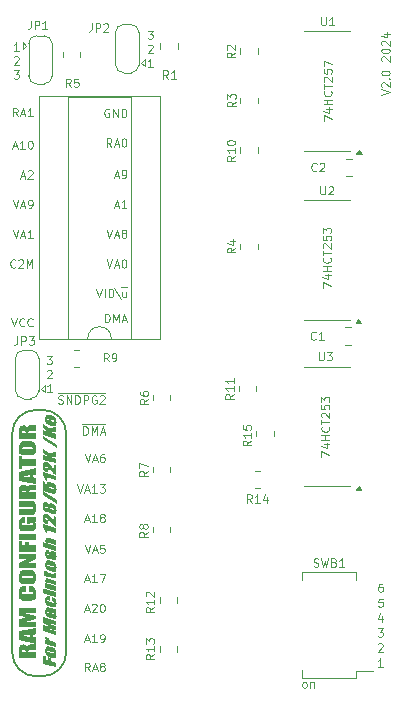
<source format=gbr>
%TF.GenerationSoftware,KiCad,Pcbnew,8.0.5*%
%TF.CreationDate,2024-11-12T16:02:30-04:00*%
%TF.ProjectId,RAMAUXB_V2_Github,52414d41-5558-4425-9f56-325f47697468,rev?*%
%TF.SameCoordinates,Original*%
%TF.FileFunction,Legend,Top*%
%TF.FilePolarity,Positive*%
%FSLAX46Y46*%
G04 Gerber Fmt 4.6, Leading zero omitted, Abs format (unit mm)*
G04 Created by KiCad (PCBNEW 8.0.5) date 2024-11-12 16:02:30*
%MOMM*%
%LPD*%
G01*
G04 APERTURE LIST*
%ADD10C,0.200000*%
%ADD11C,0.100000*%
%ADD12C,0.160000*%
%ADD13C,0.150000*%
%ADD14C,0.120000*%
G04 APERTURE END LIST*
D10*
X82985000Y-142435000D02*
G75*
G02*
X80985000Y-144435000I-2000000J0D01*
G01*
X80405000Y-121885000D02*
X80985000Y-121885000D01*
X80985000Y-121885000D02*
G75*
G02*
X82985000Y-123885000I0J-2000000D01*
G01*
X82985000Y-123885000D02*
X82985000Y-142435000D01*
X78405000Y-142435000D02*
X78405000Y-123885000D01*
X78405000Y-123885000D02*
G75*
G02*
X80405000Y-121885000I2000000J0D01*
G01*
X80985000Y-144435000D02*
X80405000Y-144435000D01*
X80405000Y-144435000D02*
G75*
G02*
X78405000Y-142435000I0J2000000D01*
G01*
D11*
X81769122Y-120399133D02*
X81369122Y-120399133D01*
X81569122Y-120399133D02*
X81569122Y-119699133D01*
X81569122Y-119699133D02*
X81502455Y-119799133D01*
X81502455Y-119799133D02*
X81435789Y-119865800D01*
X81435789Y-119865800D02*
X81369122Y-119899133D01*
X84570549Y-136269133D02*
X84903882Y-136269133D01*
X84503882Y-136469133D02*
X84737216Y-135769133D01*
X84737216Y-135769133D02*
X84970549Y-136469133D01*
X85570549Y-136469133D02*
X85170549Y-136469133D01*
X85370549Y-136469133D02*
X85370549Y-135769133D01*
X85370549Y-135769133D02*
X85303882Y-135869133D01*
X85303882Y-135869133D02*
X85237216Y-135935800D01*
X85237216Y-135935800D02*
X85170549Y-135969133D01*
X85803883Y-135769133D02*
X86270549Y-135769133D01*
X86270549Y-135769133D02*
X85970549Y-136469133D01*
X84970549Y-144009133D02*
X84737216Y-143675800D01*
X84570549Y-144009133D02*
X84570549Y-143309133D01*
X84570549Y-143309133D02*
X84837216Y-143309133D01*
X84837216Y-143309133D02*
X84903883Y-143342466D01*
X84903883Y-143342466D02*
X84937216Y-143375800D01*
X84937216Y-143375800D02*
X84970549Y-143442466D01*
X84970549Y-143442466D02*
X84970549Y-143542466D01*
X84970549Y-143542466D02*
X84937216Y-143609133D01*
X84937216Y-143609133D02*
X84903883Y-143642466D01*
X84903883Y-143642466D02*
X84837216Y-143675800D01*
X84837216Y-143675800D02*
X84570549Y-143675800D01*
X85237216Y-143809133D02*
X85570549Y-143809133D01*
X85170549Y-144009133D02*
X85403883Y-143309133D01*
X85403883Y-143309133D02*
X85637216Y-144009133D01*
X85970549Y-143609133D02*
X85903883Y-143575800D01*
X85903883Y-143575800D02*
X85870549Y-143542466D01*
X85870549Y-143542466D02*
X85837216Y-143475800D01*
X85837216Y-143475800D02*
X85837216Y-143442466D01*
X85837216Y-143442466D02*
X85870549Y-143375800D01*
X85870549Y-143375800D02*
X85903883Y-143342466D01*
X85903883Y-143342466D02*
X85970549Y-143309133D01*
X85970549Y-143309133D02*
X86103883Y-143309133D01*
X86103883Y-143309133D02*
X86170549Y-143342466D01*
X86170549Y-143342466D02*
X86203883Y-143375800D01*
X86203883Y-143375800D02*
X86237216Y-143442466D01*
X86237216Y-143442466D02*
X86237216Y-143475800D01*
X86237216Y-143475800D02*
X86203883Y-143542466D01*
X86203883Y-143542466D02*
X86170549Y-143575800D01*
X86170549Y-143575800D02*
X86103883Y-143609133D01*
X86103883Y-143609133D02*
X85970549Y-143609133D01*
X85970549Y-143609133D02*
X85903883Y-143642466D01*
X85903883Y-143642466D02*
X85870549Y-143675800D01*
X85870549Y-143675800D02*
X85837216Y-143742466D01*
X85837216Y-143742466D02*
X85837216Y-143875800D01*
X85837216Y-143875800D02*
X85870549Y-143942466D01*
X85870549Y-143942466D02*
X85903883Y-143975800D01*
X85903883Y-143975800D02*
X85970549Y-144009133D01*
X85970549Y-144009133D02*
X86103883Y-144009133D01*
X86103883Y-144009133D02*
X86170549Y-143975800D01*
X86170549Y-143975800D02*
X86203883Y-143942466D01*
X86203883Y-143942466D02*
X86237216Y-143875800D01*
X86237216Y-143875800D02*
X86237216Y-143742466D01*
X86237216Y-143742466D02*
X86203883Y-143675800D01*
X86203883Y-143675800D02*
X86170549Y-143642466D01*
X86170549Y-143642466D02*
X86103883Y-143609133D01*
X109661533Y-95222544D02*
X110361533Y-94989211D01*
X110361533Y-94989211D02*
X109661533Y-94755877D01*
X109728200Y-94555877D02*
X109694866Y-94522544D01*
X109694866Y-94522544D02*
X109661533Y-94455877D01*
X109661533Y-94455877D02*
X109661533Y-94289211D01*
X109661533Y-94289211D02*
X109694866Y-94222544D01*
X109694866Y-94222544D02*
X109728200Y-94189211D01*
X109728200Y-94189211D02*
X109794866Y-94155877D01*
X109794866Y-94155877D02*
X109861533Y-94155877D01*
X109861533Y-94155877D02*
X109961533Y-94189211D01*
X109961533Y-94189211D02*
X110361533Y-94589211D01*
X110361533Y-94589211D02*
X110361533Y-94155877D01*
X110294866Y-93855877D02*
X110328200Y-93822544D01*
X110328200Y-93822544D02*
X110361533Y-93855877D01*
X110361533Y-93855877D02*
X110328200Y-93889210D01*
X110328200Y-93889210D02*
X110294866Y-93855877D01*
X110294866Y-93855877D02*
X110361533Y-93855877D01*
X109661533Y-93389211D02*
X109661533Y-93322544D01*
X109661533Y-93322544D02*
X109694866Y-93255877D01*
X109694866Y-93255877D02*
X109728200Y-93222544D01*
X109728200Y-93222544D02*
X109794866Y-93189211D01*
X109794866Y-93189211D02*
X109928200Y-93155877D01*
X109928200Y-93155877D02*
X110094866Y-93155877D01*
X110094866Y-93155877D02*
X110228200Y-93189211D01*
X110228200Y-93189211D02*
X110294866Y-93222544D01*
X110294866Y-93222544D02*
X110328200Y-93255877D01*
X110328200Y-93255877D02*
X110361533Y-93322544D01*
X110361533Y-93322544D02*
X110361533Y-93389211D01*
X110361533Y-93389211D02*
X110328200Y-93455877D01*
X110328200Y-93455877D02*
X110294866Y-93489211D01*
X110294866Y-93489211D02*
X110228200Y-93522544D01*
X110228200Y-93522544D02*
X110094866Y-93555877D01*
X110094866Y-93555877D02*
X109928200Y-93555877D01*
X109928200Y-93555877D02*
X109794866Y-93522544D01*
X109794866Y-93522544D02*
X109728200Y-93489211D01*
X109728200Y-93489211D02*
X109694866Y-93455877D01*
X109694866Y-93455877D02*
X109661533Y-93389211D01*
X109728200Y-92355877D02*
X109694866Y-92322544D01*
X109694866Y-92322544D02*
X109661533Y-92255877D01*
X109661533Y-92255877D02*
X109661533Y-92089211D01*
X109661533Y-92089211D02*
X109694866Y-92022544D01*
X109694866Y-92022544D02*
X109728200Y-91989211D01*
X109728200Y-91989211D02*
X109794866Y-91955877D01*
X109794866Y-91955877D02*
X109861533Y-91955877D01*
X109861533Y-91955877D02*
X109961533Y-91989211D01*
X109961533Y-91989211D02*
X110361533Y-92389211D01*
X110361533Y-92389211D02*
X110361533Y-91955877D01*
X109661533Y-91522544D02*
X109661533Y-91455877D01*
X109661533Y-91455877D02*
X109694866Y-91389210D01*
X109694866Y-91389210D02*
X109728200Y-91355877D01*
X109728200Y-91355877D02*
X109794866Y-91322544D01*
X109794866Y-91322544D02*
X109928200Y-91289210D01*
X109928200Y-91289210D02*
X110094866Y-91289210D01*
X110094866Y-91289210D02*
X110228200Y-91322544D01*
X110228200Y-91322544D02*
X110294866Y-91355877D01*
X110294866Y-91355877D02*
X110328200Y-91389210D01*
X110328200Y-91389210D02*
X110361533Y-91455877D01*
X110361533Y-91455877D02*
X110361533Y-91522544D01*
X110361533Y-91522544D02*
X110328200Y-91589210D01*
X110328200Y-91589210D02*
X110294866Y-91622544D01*
X110294866Y-91622544D02*
X110228200Y-91655877D01*
X110228200Y-91655877D02*
X110094866Y-91689210D01*
X110094866Y-91689210D02*
X109928200Y-91689210D01*
X109928200Y-91689210D02*
X109794866Y-91655877D01*
X109794866Y-91655877D02*
X109728200Y-91622544D01*
X109728200Y-91622544D02*
X109694866Y-91589210D01*
X109694866Y-91589210D02*
X109661533Y-91522544D01*
X109728200Y-91022543D02*
X109694866Y-90989210D01*
X109694866Y-90989210D02*
X109661533Y-90922543D01*
X109661533Y-90922543D02*
X109661533Y-90755877D01*
X109661533Y-90755877D02*
X109694866Y-90689210D01*
X109694866Y-90689210D02*
X109728200Y-90655877D01*
X109728200Y-90655877D02*
X109794866Y-90622543D01*
X109794866Y-90622543D02*
X109861533Y-90622543D01*
X109861533Y-90622543D02*
X109961533Y-90655877D01*
X109961533Y-90655877D02*
X110361533Y-91055877D01*
X110361533Y-91055877D02*
X110361533Y-90622543D01*
X109894866Y-90022543D02*
X110361533Y-90022543D01*
X109628200Y-90189210D02*
X110128200Y-90355876D01*
X110128200Y-90355876D02*
X110128200Y-89922543D01*
X78559122Y-92015800D02*
X78592455Y-91982466D01*
X78592455Y-91982466D02*
X78659122Y-91949133D01*
X78659122Y-91949133D02*
X78825789Y-91949133D01*
X78825789Y-91949133D02*
X78892455Y-91982466D01*
X78892455Y-91982466D02*
X78925789Y-92015800D01*
X78925789Y-92015800D02*
X78959122Y-92082466D01*
X78959122Y-92082466D02*
X78959122Y-92149133D01*
X78959122Y-92149133D02*
X78925789Y-92249133D01*
X78925789Y-92249133D02*
X78525789Y-92649133D01*
X78525789Y-92649133D02*
X78959122Y-92649133D01*
X85546264Y-111649133D02*
X85779598Y-112349133D01*
X85779598Y-112349133D02*
X86012931Y-111649133D01*
X86246264Y-112349133D02*
X86246264Y-111649133D01*
X86579597Y-112349133D02*
X86579597Y-111649133D01*
X86579597Y-111649133D02*
X86746264Y-111649133D01*
X86746264Y-111649133D02*
X86846264Y-111682466D01*
X86846264Y-111682466D02*
X86912931Y-111749133D01*
X86912931Y-111749133D02*
X86946264Y-111815800D01*
X86946264Y-111815800D02*
X86979597Y-111949133D01*
X86979597Y-111949133D02*
X86979597Y-112049133D01*
X86979597Y-112049133D02*
X86946264Y-112182466D01*
X86946264Y-112182466D02*
X86912931Y-112249133D01*
X86912931Y-112249133D02*
X86846264Y-112315800D01*
X86846264Y-112315800D02*
X86746264Y-112349133D01*
X86746264Y-112349133D02*
X86579597Y-112349133D01*
X87046264Y-111582466D02*
X87646264Y-112482466D01*
X88046264Y-111882466D02*
X88046264Y-112349133D01*
X87746264Y-111882466D02*
X87746264Y-112249133D01*
X87746264Y-112249133D02*
X87779598Y-112315800D01*
X87779598Y-112315800D02*
X87846264Y-112349133D01*
X87846264Y-112349133D02*
X87946264Y-112349133D01*
X87946264Y-112349133D02*
X88012931Y-112315800D01*
X88012931Y-112315800D02*
X88046264Y-112282466D01*
X87649598Y-111454800D02*
X88142931Y-111454800D01*
X78525789Y-93139133D02*
X78959122Y-93139133D01*
X78959122Y-93139133D02*
X78725789Y-93405800D01*
X78725789Y-93405800D02*
X78825789Y-93405800D01*
X78825789Y-93405800D02*
X78892455Y-93439133D01*
X78892455Y-93439133D02*
X78925789Y-93472466D01*
X78925789Y-93472466D02*
X78959122Y-93539133D01*
X78959122Y-93539133D02*
X78959122Y-93705800D01*
X78959122Y-93705800D02*
X78925789Y-93772466D01*
X78925789Y-93772466D02*
X78892455Y-93805800D01*
X78892455Y-93805800D02*
X78825789Y-93839133D01*
X78825789Y-93839133D02*
X78625789Y-93839133D01*
X78625789Y-93839133D02*
X78559122Y-93805800D01*
X78559122Y-93805800D02*
X78525789Y-93772466D01*
X78332930Y-114119133D02*
X78566264Y-114819133D01*
X78566264Y-114819133D02*
X78799597Y-114119133D01*
X79432930Y-114752466D02*
X79399597Y-114785800D01*
X79399597Y-114785800D02*
X79299597Y-114819133D01*
X79299597Y-114819133D02*
X79232930Y-114819133D01*
X79232930Y-114819133D02*
X79132930Y-114785800D01*
X79132930Y-114785800D02*
X79066264Y-114719133D01*
X79066264Y-114719133D02*
X79032930Y-114652466D01*
X79032930Y-114652466D02*
X78999597Y-114519133D01*
X78999597Y-114519133D02*
X78999597Y-114419133D01*
X78999597Y-114419133D02*
X79032930Y-114285800D01*
X79032930Y-114285800D02*
X79066264Y-114219133D01*
X79066264Y-114219133D02*
X79132930Y-114152466D01*
X79132930Y-114152466D02*
X79232930Y-114119133D01*
X79232930Y-114119133D02*
X79299597Y-114119133D01*
X79299597Y-114119133D02*
X79399597Y-114152466D01*
X79399597Y-114152466D02*
X79432930Y-114185800D01*
X80132930Y-114752466D02*
X80099597Y-114785800D01*
X80099597Y-114785800D02*
X79999597Y-114819133D01*
X79999597Y-114819133D02*
X79932930Y-114819133D01*
X79932930Y-114819133D02*
X79832930Y-114785800D01*
X79832930Y-114785800D02*
X79766264Y-114719133D01*
X79766264Y-114719133D02*
X79732930Y-114652466D01*
X79732930Y-114652466D02*
X79699597Y-114519133D01*
X79699597Y-114519133D02*
X79699597Y-114419133D01*
X79699597Y-114419133D02*
X79732930Y-114285800D01*
X79732930Y-114285800D02*
X79766264Y-114219133D01*
X79766264Y-114219133D02*
X79832930Y-114152466D01*
X79832930Y-114152466D02*
X79932930Y-114119133D01*
X79932930Y-114119133D02*
X79999597Y-114119133D01*
X79999597Y-114119133D02*
X80099597Y-114152466D01*
X80099597Y-114152466D02*
X80132930Y-114185800D01*
X78466263Y-106631633D02*
X78699597Y-107331633D01*
X78699597Y-107331633D02*
X78932930Y-106631633D01*
X79132930Y-107131633D02*
X79466263Y-107131633D01*
X79066263Y-107331633D02*
X79299597Y-106631633D01*
X79299597Y-106631633D02*
X79532930Y-107331633D01*
X80132930Y-107331633D02*
X79732930Y-107331633D01*
X79932930Y-107331633D02*
X79932930Y-106631633D01*
X79932930Y-106631633D02*
X79866263Y-106731633D01*
X79866263Y-106731633D02*
X79799597Y-106798300D01*
X79799597Y-106798300D02*
X79732930Y-106831633D01*
X86279597Y-114439133D02*
X86279597Y-113739133D01*
X86279597Y-113739133D02*
X86446264Y-113739133D01*
X86446264Y-113739133D02*
X86546264Y-113772466D01*
X86546264Y-113772466D02*
X86612931Y-113839133D01*
X86612931Y-113839133D02*
X86646264Y-113905800D01*
X86646264Y-113905800D02*
X86679597Y-114039133D01*
X86679597Y-114039133D02*
X86679597Y-114139133D01*
X86679597Y-114139133D02*
X86646264Y-114272466D01*
X86646264Y-114272466D02*
X86612931Y-114339133D01*
X86612931Y-114339133D02*
X86546264Y-114405800D01*
X86546264Y-114405800D02*
X86446264Y-114439133D01*
X86446264Y-114439133D02*
X86279597Y-114439133D01*
X86979597Y-114439133D02*
X86979597Y-113739133D01*
X86979597Y-113739133D02*
X87212931Y-114239133D01*
X87212931Y-114239133D02*
X87446264Y-113739133D01*
X87446264Y-113739133D02*
X87446264Y-114439133D01*
X87746264Y-114239133D02*
X88079597Y-114239133D01*
X87679597Y-114439133D02*
X87912931Y-113739133D01*
X87912931Y-113739133D02*
X88146264Y-114439133D01*
X109779122Y-143619133D02*
X109379122Y-143619133D01*
X109579122Y-143619133D02*
X109579122Y-142919133D01*
X109579122Y-142919133D02*
X109512455Y-143019133D01*
X109512455Y-143019133D02*
X109445789Y-143085800D01*
X109445789Y-143085800D02*
X109379122Y-143119133D01*
X109730455Y-136589133D02*
X109597122Y-136589133D01*
X109597122Y-136589133D02*
X109530455Y-136622466D01*
X109530455Y-136622466D02*
X109497122Y-136655800D01*
X109497122Y-136655800D02*
X109430455Y-136755800D01*
X109430455Y-136755800D02*
X109397122Y-136889133D01*
X109397122Y-136889133D02*
X109397122Y-137155800D01*
X109397122Y-137155800D02*
X109430455Y-137222466D01*
X109430455Y-137222466D02*
X109463789Y-137255800D01*
X109463789Y-137255800D02*
X109530455Y-137289133D01*
X109530455Y-137289133D02*
X109663789Y-137289133D01*
X109663789Y-137289133D02*
X109730455Y-137255800D01*
X109730455Y-137255800D02*
X109763789Y-137222466D01*
X109763789Y-137222466D02*
X109797122Y-137155800D01*
X109797122Y-137155800D02*
X109797122Y-136989133D01*
X109797122Y-136989133D02*
X109763789Y-136922466D01*
X109763789Y-136922466D02*
X109730455Y-136889133D01*
X109730455Y-136889133D02*
X109663789Y-136855800D01*
X109663789Y-136855800D02*
X109530455Y-136855800D01*
X109530455Y-136855800D02*
X109463789Y-136889133D01*
X109463789Y-136889133D02*
X109430455Y-136922466D01*
X109430455Y-136922466D02*
X109397122Y-136989133D01*
X84570549Y-133289133D02*
X84803883Y-133989133D01*
X84803883Y-133989133D02*
X85037216Y-133289133D01*
X85237216Y-133789133D02*
X85570549Y-133789133D01*
X85170549Y-133989133D02*
X85403883Y-133289133D01*
X85403883Y-133289133D02*
X85637216Y-133989133D01*
X86203883Y-133289133D02*
X85870549Y-133289133D01*
X85870549Y-133289133D02*
X85837216Y-133622466D01*
X85837216Y-133622466D02*
X85870549Y-133589133D01*
X85870549Y-133589133D02*
X85937216Y-133555800D01*
X85937216Y-133555800D02*
X86103883Y-133555800D01*
X86103883Y-133555800D02*
X86170549Y-133589133D01*
X86170549Y-133589133D02*
X86203883Y-133622466D01*
X86203883Y-133622466D02*
X86237216Y-133689133D01*
X86237216Y-133689133D02*
X86237216Y-133855800D01*
X86237216Y-133855800D02*
X86203883Y-133922466D01*
X86203883Y-133922466D02*
X86170549Y-133955800D01*
X86170549Y-133955800D02*
X86103883Y-133989133D01*
X86103883Y-133989133D02*
X85937216Y-133989133D01*
X85937216Y-133989133D02*
X85870549Y-133955800D01*
X85870549Y-133955800D02*
X85837216Y-133922466D01*
X86812930Y-99589133D02*
X86579597Y-99255800D01*
X86412930Y-99589133D02*
X86412930Y-98889133D01*
X86412930Y-98889133D02*
X86679597Y-98889133D01*
X86679597Y-98889133D02*
X86746264Y-98922466D01*
X86746264Y-98922466D02*
X86779597Y-98955800D01*
X86779597Y-98955800D02*
X86812930Y-99022466D01*
X86812930Y-99022466D02*
X86812930Y-99122466D01*
X86812930Y-99122466D02*
X86779597Y-99189133D01*
X86779597Y-99189133D02*
X86746264Y-99222466D01*
X86746264Y-99222466D02*
X86679597Y-99255800D01*
X86679597Y-99255800D02*
X86412930Y-99255800D01*
X87079597Y-99389133D02*
X87412930Y-99389133D01*
X87012930Y-99589133D02*
X87246264Y-98889133D01*
X87246264Y-98889133D02*
X87479597Y-99589133D01*
X87846264Y-98889133D02*
X87912930Y-98889133D01*
X87912930Y-98889133D02*
X87979597Y-98922466D01*
X87979597Y-98922466D02*
X88012930Y-98955800D01*
X88012930Y-98955800D02*
X88046264Y-99022466D01*
X88046264Y-99022466D02*
X88079597Y-99155800D01*
X88079597Y-99155800D02*
X88079597Y-99322466D01*
X88079597Y-99322466D02*
X88046264Y-99455800D01*
X88046264Y-99455800D02*
X88012930Y-99522466D01*
X88012930Y-99522466D02*
X87979597Y-99555800D01*
X87979597Y-99555800D02*
X87912930Y-99589133D01*
X87912930Y-99589133D02*
X87846264Y-99589133D01*
X87846264Y-99589133D02*
X87779597Y-99555800D01*
X87779597Y-99555800D02*
X87746264Y-99522466D01*
X87746264Y-99522466D02*
X87712930Y-99455800D01*
X87712930Y-99455800D02*
X87679597Y-99322466D01*
X87679597Y-99322466D02*
X87679597Y-99155800D01*
X87679597Y-99155800D02*
X87712930Y-99022466D01*
X87712930Y-99022466D02*
X87746264Y-98955800D01*
X87746264Y-98955800D02*
X87779597Y-98922466D01*
X87779597Y-98922466D02*
X87846264Y-98889133D01*
X78959122Y-91459133D02*
X78559122Y-91459133D01*
X78759122Y-91459133D02*
X78759122Y-90759133D01*
X78759122Y-90759133D02*
X78692455Y-90859133D01*
X78692455Y-90859133D02*
X78625789Y-90925800D01*
X78625789Y-90925800D02*
X78559122Y-90959133D01*
X84570549Y-131189133D02*
X84903882Y-131189133D01*
X84503882Y-131389133D02*
X84737216Y-130689133D01*
X84737216Y-130689133D02*
X84970549Y-131389133D01*
X85570549Y-131389133D02*
X85170549Y-131389133D01*
X85370549Y-131389133D02*
X85370549Y-130689133D01*
X85370549Y-130689133D02*
X85303882Y-130789133D01*
X85303882Y-130789133D02*
X85237216Y-130855800D01*
X85237216Y-130855800D02*
X85170549Y-130889133D01*
X85970549Y-130989133D02*
X85903883Y-130955800D01*
X85903883Y-130955800D02*
X85870549Y-130922466D01*
X85870549Y-130922466D02*
X85837216Y-130855800D01*
X85837216Y-130855800D02*
X85837216Y-130822466D01*
X85837216Y-130822466D02*
X85870549Y-130755800D01*
X85870549Y-130755800D02*
X85903883Y-130722466D01*
X85903883Y-130722466D02*
X85970549Y-130689133D01*
X85970549Y-130689133D02*
X86103883Y-130689133D01*
X86103883Y-130689133D02*
X86170549Y-130722466D01*
X86170549Y-130722466D02*
X86203883Y-130755800D01*
X86203883Y-130755800D02*
X86237216Y-130822466D01*
X86237216Y-130822466D02*
X86237216Y-130855800D01*
X86237216Y-130855800D02*
X86203883Y-130922466D01*
X86203883Y-130922466D02*
X86170549Y-130955800D01*
X86170549Y-130955800D02*
X86103883Y-130989133D01*
X86103883Y-130989133D02*
X85970549Y-130989133D01*
X85970549Y-130989133D02*
X85903883Y-131022466D01*
X85903883Y-131022466D02*
X85870549Y-131055800D01*
X85870549Y-131055800D02*
X85837216Y-131122466D01*
X85837216Y-131122466D02*
X85837216Y-131255800D01*
X85837216Y-131255800D02*
X85870549Y-131322466D01*
X85870549Y-131322466D02*
X85903883Y-131355800D01*
X85903883Y-131355800D02*
X85970549Y-131389133D01*
X85970549Y-131389133D02*
X86103883Y-131389133D01*
X86103883Y-131389133D02*
X86170549Y-131355800D01*
X86170549Y-131355800D02*
X86203883Y-131322466D01*
X86203883Y-131322466D02*
X86237216Y-131255800D01*
X86237216Y-131255800D02*
X86237216Y-131122466D01*
X86237216Y-131122466D02*
X86203883Y-131055800D01*
X86203883Y-131055800D02*
X86170549Y-131022466D01*
X86170549Y-131022466D02*
X86103883Y-130989133D01*
X84570549Y-125599133D02*
X84803883Y-126299133D01*
X84803883Y-126299133D02*
X85037216Y-125599133D01*
X85237216Y-126099133D02*
X85570549Y-126099133D01*
X85170549Y-126299133D02*
X85403883Y-125599133D01*
X85403883Y-125599133D02*
X85637216Y-126299133D01*
X86170549Y-125599133D02*
X86037216Y-125599133D01*
X86037216Y-125599133D02*
X85970549Y-125632466D01*
X85970549Y-125632466D02*
X85937216Y-125665800D01*
X85937216Y-125665800D02*
X85870549Y-125765800D01*
X85870549Y-125765800D02*
X85837216Y-125899133D01*
X85837216Y-125899133D02*
X85837216Y-126165800D01*
X85837216Y-126165800D02*
X85870549Y-126232466D01*
X85870549Y-126232466D02*
X85903883Y-126265800D01*
X85903883Y-126265800D02*
X85970549Y-126299133D01*
X85970549Y-126299133D02*
X86103883Y-126299133D01*
X86103883Y-126299133D02*
X86170549Y-126265800D01*
X86170549Y-126265800D02*
X86203883Y-126232466D01*
X86203883Y-126232466D02*
X86237216Y-126165800D01*
X86237216Y-126165800D02*
X86237216Y-125999133D01*
X86237216Y-125999133D02*
X86203883Y-125932466D01*
X86203883Y-125932466D02*
X86170549Y-125899133D01*
X86170549Y-125899133D02*
X86103883Y-125865800D01*
X86103883Y-125865800D02*
X85970549Y-125865800D01*
X85970549Y-125865800D02*
X85903883Y-125899133D01*
X85903883Y-125899133D02*
X85870549Y-125932466D01*
X85870549Y-125932466D02*
X85837216Y-125999133D01*
X78466263Y-99579133D02*
X78799596Y-99579133D01*
X78399596Y-99779133D02*
X78632930Y-99079133D01*
X78632930Y-99079133D02*
X78866263Y-99779133D01*
X79466263Y-99779133D02*
X79066263Y-99779133D01*
X79266263Y-99779133D02*
X79266263Y-99079133D01*
X79266263Y-99079133D02*
X79199596Y-99179133D01*
X79199596Y-99179133D02*
X79132930Y-99245800D01*
X79132930Y-99245800D02*
X79066263Y-99279133D01*
X79899597Y-99079133D02*
X79966263Y-99079133D01*
X79966263Y-99079133D02*
X80032930Y-99112466D01*
X80032930Y-99112466D02*
X80066263Y-99145800D01*
X80066263Y-99145800D02*
X80099597Y-99212466D01*
X80099597Y-99212466D02*
X80132930Y-99345800D01*
X80132930Y-99345800D02*
X80132930Y-99512466D01*
X80132930Y-99512466D02*
X80099597Y-99645800D01*
X80099597Y-99645800D02*
X80066263Y-99712466D01*
X80066263Y-99712466D02*
X80032930Y-99745800D01*
X80032930Y-99745800D02*
X79966263Y-99779133D01*
X79966263Y-99779133D02*
X79899597Y-99779133D01*
X79899597Y-99779133D02*
X79832930Y-99745800D01*
X79832930Y-99745800D02*
X79799597Y-99712466D01*
X79799597Y-99712466D02*
X79766263Y-99645800D01*
X79766263Y-99645800D02*
X79732930Y-99512466D01*
X79732930Y-99512466D02*
X79732930Y-99345800D01*
X79732930Y-99345800D02*
X79766263Y-99212466D01*
X79766263Y-99212466D02*
X79799597Y-99145800D01*
X79799597Y-99145800D02*
X79832930Y-99112466D01*
X79832930Y-99112466D02*
X79899597Y-99079133D01*
X81369122Y-118575800D02*
X81402455Y-118542466D01*
X81402455Y-118542466D02*
X81469122Y-118509133D01*
X81469122Y-118509133D02*
X81635789Y-118509133D01*
X81635789Y-118509133D02*
X81702455Y-118542466D01*
X81702455Y-118542466D02*
X81735789Y-118575800D01*
X81735789Y-118575800D02*
X81769122Y-118642466D01*
X81769122Y-118642466D02*
X81769122Y-118709133D01*
X81769122Y-118709133D02*
X81735789Y-118809133D01*
X81735789Y-118809133D02*
X81335789Y-119209133D01*
X81335789Y-119209133D02*
X81769122Y-119209133D01*
X78666263Y-109782466D02*
X78632930Y-109815800D01*
X78632930Y-109815800D02*
X78532930Y-109849133D01*
X78532930Y-109849133D02*
X78466263Y-109849133D01*
X78466263Y-109849133D02*
X78366263Y-109815800D01*
X78366263Y-109815800D02*
X78299597Y-109749133D01*
X78299597Y-109749133D02*
X78266263Y-109682466D01*
X78266263Y-109682466D02*
X78232930Y-109549133D01*
X78232930Y-109549133D02*
X78232930Y-109449133D01*
X78232930Y-109449133D02*
X78266263Y-109315800D01*
X78266263Y-109315800D02*
X78299597Y-109249133D01*
X78299597Y-109249133D02*
X78366263Y-109182466D01*
X78366263Y-109182466D02*
X78466263Y-109149133D01*
X78466263Y-109149133D02*
X78532930Y-109149133D01*
X78532930Y-109149133D02*
X78632930Y-109182466D01*
X78632930Y-109182466D02*
X78666263Y-109215800D01*
X78932930Y-109215800D02*
X78966263Y-109182466D01*
X78966263Y-109182466D02*
X79032930Y-109149133D01*
X79032930Y-109149133D02*
X79199597Y-109149133D01*
X79199597Y-109149133D02*
X79266263Y-109182466D01*
X79266263Y-109182466D02*
X79299597Y-109215800D01*
X79299597Y-109215800D02*
X79332930Y-109282466D01*
X79332930Y-109282466D02*
X79332930Y-109349133D01*
X79332930Y-109349133D02*
X79299597Y-109449133D01*
X79299597Y-109449133D02*
X78899597Y-109849133D01*
X78899597Y-109849133D02*
X79332930Y-109849133D01*
X79632930Y-109849133D02*
X79632930Y-109149133D01*
X79632930Y-109149133D02*
X79866264Y-109649133D01*
X79866264Y-109649133D02*
X80099597Y-109149133D01*
X80099597Y-109149133D02*
X80099597Y-109849133D01*
X86412930Y-109131633D02*
X86646264Y-109831633D01*
X86646264Y-109831633D02*
X86879597Y-109131633D01*
X87079597Y-109631633D02*
X87412930Y-109631633D01*
X87012930Y-109831633D02*
X87246264Y-109131633D01*
X87246264Y-109131633D02*
X87479597Y-109831633D01*
X87846264Y-109131633D02*
X87912930Y-109131633D01*
X87912930Y-109131633D02*
X87979597Y-109164966D01*
X87979597Y-109164966D02*
X88012930Y-109198300D01*
X88012930Y-109198300D02*
X88046264Y-109264966D01*
X88046264Y-109264966D02*
X88079597Y-109398300D01*
X88079597Y-109398300D02*
X88079597Y-109564966D01*
X88079597Y-109564966D02*
X88046264Y-109698300D01*
X88046264Y-109698300D02*
X88012930Y-109764966D01*
X88012930Y-109764966D02*
X87979597Y-109798300D01*
X87979597Y-109798300D02*
X87912930Y-109831633D01*
X87912930Y-109831633D02*
X87846264Y-109831633D01*
X87846264Y-109831633D02*
X87779597Y-109798300D01*
X87779597Y-109798300D02*
X87746264Y-109764966D01*
X87746264Y-109764966D02*
X87712930Y-109698300D01*
X87712930Y-109698300D02*
X87679597Y-109564966D01*
X87679597Y-109564966D02*
X87679597Y-109398300D01*
X87679597Y-109398300D02*
X87712930Y-109264966D01*
X87712930Y-109264966D02*
X87746264Y-109198300D01*
X87746264Y-109198300D02*
X87779597Y-109164966D01*
X87779597Y-109164966D02*
X87846264Y-109131633D01*
X87079597Y-104596633D02*
X87412930Y-104596633D01*
X87012930Y-104796633D02*
X87246264Y-104096633D01*
X87246264Y-104096633D02*
X87479597Y-104796633D01*
X88079597Y-104796633D02*
X87679597Y-104796633D01*
X87879597Y-104796633D02*
X87879597Y-104096633D01*
X87879597Y-104096633D02*
X87812930Y-104196633D01*
X87812930Y-104196633D02*
X87746264Y-104263300D01*
X87746264Y-104263300D02*
X87679597Y-104296633D01*
X84570549Y-141369133D02*
X84903882Y-141369133D01*
X84503882Y-141569133D02*
X84737216Y-140869133D01*
X84737216Y-140869133D02*
X84970549Y-141569133D01*
X85570549Y-141569133D02*
X85170549Y-141569133D01*
X85370549Y-141569133D02*
X85370549Y-140869133D01*
X85370549Y-140869133D02*
X85303882Y-140969133D01*
X85303882Y-140969133D02*
X85237216Y-141035800D01*
X85237216Y-141035800D02*
X85170549Y-141069133D01*
X85903883Y-141569133D02*
X86037216Y-141569133D01*
X86037216Y-141569133D02*
X86103883Y-141535800D01*
X86103883Y-141535800D02*
X86137216Y-141502466D01*
X86137216Y-141502466D02*
X86203883Y-141402466D01*
X86203883Y-141402466D02*
X86237216Y-141269133D01*
X86237216Y-141269133D02*
X86237216Y-141002466D01*
X86237216Y-141002466D02*
X86203883Y-140935800D01*
X86203883Y-140935800D02*
X86170549Y-140902466D01*
X86170549Y-140902466D02*
X86103883Y-140869133D01*
X86103883Y-140869133D02*
X85970549Y-140869133D01*
X85970549Y-140869133D02*
X85903883Y-140902466D01*
X85903883Y-140902466D02*
X85870549Y-140935800D01*
X85870549Y-140935800D02*
X85837216Y-141002466D01*
X85837216Y-141002466D02*
X85837216Y-141169133D01*
X85837216Y-141169133D02*
X85870549Y-141235800D01*
X85870549Y-141235800D02*
X85903883Y-141269133D01*
X85903883Y-141269133D02*
X85970549Y-141302466D01*
X85970549Y-141302466D02*
X86103883Y-141302466D01*
X86103883Y-141302466D02*
X86170549Y-141269133D01*
X86170549Y-141269133D02*
X86203883Y-141235800D01*
X86203883Y-141235800D02*
X86237216Y-141169133D01*
X78466263Y-104114133D02*
X78699597Y-104814133D01*
X78699597Y-104814133D02*
X78932930Y-104114133D01*
X79132930Y-104614133D02*
X79466263Y-104614133D01*
X79066263Y-104814133D02*
X79299597Y-104114133D01*
X79299597Y-104114133D02*
X79532930Y-104814133D01*
X79799597Y-104814133D02*
X79932930Y-104814133D01*
X79932930Y-104814133D02*
X79999597Y-104780800D01*
X79999597Y-104780800D02*
X80032930Y-104747466D01*
X80032930Y-104747466D02*
X80099597Y-104647466D01*
X80099597Y-104647466D02*
X80132930Y-104514133D01*
X80132930Y-104514133D02*
X80132930Y-104247466D01*
X80132930Y-104247466D02*
X80099597Y-104180800D01*
X80099597Y-104180800D02*
X80066263Y-104147466D01*
X80066263Y-104147466D02*
X79999597Y-104114133D01*
X79999597Y-104114133D02*
X79866263Y-104114133D01*
X79866263Y-104114133D02*
X79799597Y-104147466D01*
X79799597Y-104147466D02*
X79766263Y-104180800D01*
X79766263Y-104180800D02*
X79732930Y-104247466D01*
X79732930Y-104247466D02*
X79732930Y-104414133D01*
X79732930Y-104414133D02*
X79766263Y-104480800D01*
X79766263Y-104480800D02*
X79799597Y-104514133D01*
X79799597Y-104514133D02*
X79866263Y-104547466D01*
X79866263Y-104547466D02*
X79999597Y-104547466D01*
X79999597Y-104547466D02*
X80066263Y-104514133D01*
X80066263Y-104514133D02*
X80099597Y-104480800D01*
X80099597Y-104480800D02*
X80132930Y-104414133D01*
D12*
G36*
X81019528Y-143365261D02*
G01*
X81019528Y-142696903D01*
X81254002Y-142762848D01*
X81254002Y-143027950D01*
X81441580Y-143080706D01*
X81441580Y-142844621D01*
X81676053Y-142910237D01*
X81676053Y-143146322D01*
X82145000Y-143277883D01*
X82145000Y-143681140D01*
X81019528Y-143365261D01*
G37*
G36*
X81456729Y-141902630D02*
G01*
X81510405Y-141912717D01*
X81550512Y-141923032D01*
X81772529Y-141985350D01*
X81823169Y-142000290D01*
X81873430Y-142017209D01*
X81920266Y-142036046D01*
X81953269Y-142052615D01*
X81999132Y-142085178D01*
X82039392Y-142125958D01*
X82061957Y-142154501D01*
X82096166Y-142209524D01*
X82122957Y-142271224D01*
X82136695Y-142316067D01*
X82150323Y-142381683D01*
X82158294Y-142451584D01*
X82160631Y-142518850D01*
X82158989Y-142584904D01*
X82153312Y-142650527D01*
X82141148Y-142718480D01*
X82139870Y-142723611D01*
X82117544Y-142786353D01*
X82081839Y-142837193D01*
X82076612Y-142841983D01*
X82029778Y-142870669D01*
X81978440Y-142882590D01*
X81974762Y-142882869D01*
X81922361Y-142880690D01*
X81872466Y-142872300D01*
X81820492Y-142859982D01*
X81799152Y-142854183D01*
X81567121Y-142788897D01*
X81514078Y-142772276D01*
X81466295Y-142753572D01*
X81418126Y-142729646D01*
X81372147Y-142699478D01*
X81367575Y-142695914D01*
X81325028Y-142655033D01*
X81288062Y-142604105D01*
X81259565Y-142549681D01*
X81251071Y-142529731D01*
X81229819Y-142465158D01*
X81215522Y-142394220D01*
X81208653Y-142325822D01*
X81207985Y-142302219D01*
X81379054Y-142302219D01*
X81394930Y-142343435D01*
X81441925Y-142365126D01*
X81479926Y-142376737D01*
X81893918Y-142492801D01*
X81942812Y-142504640D01*
X81973053Y-142506320D01*
X81988684Y-142478623D01*
X81973297Y-142438726D01*
X81925944Y-142416778D01*
X81899535Y-142408721D01*
X81476507Y-142290019D01*
X81426832Y-142277640D01*
X81393464Y-142274521D01*
X81379054Y-142302219D01*
X81207985Y-142302219D01*
X81207107Y-142271224D01*
X81209367Y-142203924D01*
X81217181Y-142137038D01*
X81232223Y-142073059D01*
X81235683Y-142062506D01*
X81261646Y-142002559D01*
X81296187Y-141954918D01*
X81310177Y-141942156D01*
X81356950Y-141913140D01*
X81404944Y-141900610D01*
X81456729Y-141902630D01*
G37*
G36*
X81222739Y-141326554D02*
G01*
X81361224Y-141391840D01*
X81318997Y-141355317D01*
X81277140Y-141307558D01*
X81244900Y-141255510D01*
X81219441Y-141189367D01*
X81207073Y-141117385D01*
X81206374Y-141106625D01*
X81551001Y-141203236D01*
X81553252Y-141269832D01*
X81562629Y-141335433D01*
X81570052Y-141360186D01*
X81601683Y-141412903D01*
X81623541Y-141430088D01*
X81671600Y-141450555D01*
X81721651Y-141467044D01*
X81770945Y-141481673D01*
X81786695Y-141486142D01*
X82145000Y-141586709D01*
X82145000Y-141974469D01*
X81222739Y-141715633D01*
X81222739Y-141326554D01*
G37*
G36*
X81019528Y-139439192D02*
G01*
X82145000Y-139755071D01*
X82145000Y-140110188D01*
X81387847Y-139886962D01*
X82145000Y-140223285D01*
X82145000Y-140478824D01*
X81403478Y-140402327D01*
X82145000Y-140599834D01*
X82145000Y-140954951D01*
X81019528Y-140639071D01*
X81019528Y-140125355D01*
X81074620Y-140128818D01*
X81125856Y-140132658D01*
X81179921Y-140137257D01*
X81236813Y-140142612D01*
X81262062Y-140145139D01*
X81545628Y-140182398D01*
X81019528Y-139957524D01*
X81019528Y-139439192D01*
G37*
G36*
X81438171Y-138591672D02*
G01*
X81487310Y-138600806D01*
X81536392Y-138611765D01*
X81592869Y-138625768D01*
X81643373Y-138639160D01*
X81684357Y-138650483D01*
X82145000Y-138779736D01*
X82145000Y-139157604D01*
X82089068Y-139142107D01*
X82121309Y-139192520D01*
X82135230Y-139224209D01*
X82153462Y-139285439D01*
X82160532Y-139352900D01*
X82160631Y-139362365D01*
X82154517Y-139433293D01*
X82136176Y-139496709D01*
X82117156Y-139534813D01*
X82075463Y-139571359D01*
X82023790Y-139581438D01*
X81972674Y-139576944D01*
X81930310Y-139567126D01*
X81854595Y-139546024D01*
X81806219Y-139529620D01*
X81757385Y-139504710D01*
X81715849Y-139468357D01*
X81710736Y-139461613D01*
X81680030Y-139402092D01*
X81657804Y-139342164D01*
X81637204Y-139276440D01*
X81621831Y-139221901D01*
X81603144Y-139155892D01*
X81584576Y-139094559D01*
X81567835Y-139047475D01*
X81716598Y-139047475D01*
X81746985Y-139102040D01*
X81783802Y-139145640D01*
X81787916Y-139148702D01*
X81833967Y-139172627D01*
X81882927Y-139188928D01*
X81931807Y-139200867D01*
X81971343Y-139203436D01*
X81988684Y-139170793D01*
X81974518Y-139128918D01*
X81925413Y-139107026D01*
X81890743Y-139096605D01*
X81716598Y-139047475D01*
X81567835Y-139047475D01*
X81562435Y-139032287D01*
X81551734Y-139013183D01*
X81505709Y-138989196D01*
X81481147Y-138981530D01*
X81431626Y-138969944D01*
X81396395Y-138969330D01*
X81379054Y-139000324D01*
X81394441Y-139044178D01*
X81442843Y-139064707D01*
X81482857Y-139076821D01*
X81582264Y-139104518D01*
X81582264Y-139469527D01*
X81513143Y-139450073D01*
X81464050Y-139434308D01*
X81415828Y-139413567D01*
X81370948Y-139386789D01*
X81351943Y-139371927D01*
X81310819Y-139326317D01*
X81279487Y-139274919D01*
X81253572Y-139218254D01*
X81250826Y-139211350D01*
X81229693Y-139145009D01*
X81216713Y-139079908D01*
X81209199Y-139009037D01*
X81207107Y-138942292D01*
X81208919Y-138874803D01*
X81215612Y-138805502D01*
X81229301Y-138738742D01*
X81252402Y-138679501D01*
X81258642Y-138668618D01*
X81296757Y-138621091D01*
X81344459Y-138592173D01*
X81384427Y-138586186D01*
X81438171Y-138591672D01*
G37*
G36*
X81582264Y-137669542D02*
G01*
X81582264Y-138036530D01*
X81465516Y-138003886D01*
X81416572Y-137993187D01*
X81395174Y-137993665D01*
X81379054Y-138022021D01*
X81393953Y-138061919D01*
X81441031Y-138084052D01*
X81467714Y-138092254D01*
X81899780Y-138213593D01*
X81948609Y-138221553D01*
X81967923Y-138218539D01*
X81988684Y-138186556D01*
X81965237Y-138136767D01*
X81917514Y-138113171D01*
X81871203Y-138098518D01*
X81754211Y-138065875D01*
X81754211Y-137717683D01*
X81803128Y-137732259D01*
X81851648Y-137747875D01*
X81901222Y-137765830D01*
X81928600Y-137777363D01*
X81974132Y-137805175D01*
X82017019Y-137843599D01*
X82042418Y-137871666D01*
X82079202Y-137921849D01*
X82109290Y-137977642D01*
X82130833Y-138033232D01*
X82147798Y-138100445D01*
X82157110Y-138168039D01*
X82160515Y-138234160D01*
X82160631Y-138249534D01*
X82158036Y-138323949D01*
X82148913Y-138396385D01*
X82131071Y-138462858D01*
X82119110Y-138490565D01*
X82083366Y-138543548D01*
X82038418Y-138578355D01*
X82003339Y-138591461D01*
X81951089Y-138597322D01*
X81900874Y-138594128D01*
X81850800Y-138585585D01*
X81795000Y-138571678D01*
X81537812Y-138499467D01*
X81489541Y-138484429D01*
X81440986Y-138465387D01*
X81394792Y-138441600D01*
X81361224Y-138418354D01*
X81321475Y-138377044D01*
X81288044Y-138325627D01*
X81260159Y-138268064D01*
X81254246Y-138253820D01*
X81233623Y-138193851D01*
X81218892Y-138130007D01*
X81210053Y-138062289D01*
X81207107Y-137990697D01*
X81210084Y-137920898D01*
X81220549Y-137850503D01*
X81238548Y-137788715D01*
X81254734Y-137752304D01*
X81286910Y-137702407D01*
X81327869Y-137665074D01*
X81374658Y-137646132D01*
X81425891Y-137642184D01*
X81475808Y-137646398D01*
X81525997Y-137655462D01*
X81582264Y-137669542D01*
G37*
G36*
X81019528Y-137010416D02*
G01*
X81175844Y-137054270D01*
X81175844Y-137452911D01*
X81019528Y-137409057D01*
X81019528Y-137010416D01*
G37*
G36*
X81222739Y-137067459D02*
G01*
X82145000Y-137326296D01*
X82145000Y-137724937D01*
X81222739Y-137466100D01*
X81222739Y-137067459D01*
G37*
G36*
X81222739Y-136554733D02*
G01*
X81279647Y-136574516D01*
X81247921Y-136521613D01*
X81232508Y-136484171D01*
X81214276Y-136419265D01*
X81207206Y-136349433D01*
X81207107Y-136339750D01*
X81212122Y-136272161D01*
X81230648Y-136209365D01*
X81242766Y-136187745D01*
X81282578Y-136146694D01*
X81331182Y-136131032D01*
X81380344Y-136133799D01*
X81429567Y-136142751D01*
X81482209Y-136155657D01*
X81504106Y-136161697D01*
X82145000Y-136341399D01*
X82145000Y-136729159D01*
X81504839Y-136549457D01*
X81454297Y-136535914D01*
X81404487Y-136525630D01*
X81395662Y-136525387D01*
X81379054Y-136554733D01*
X81400303Y-136602213D01*
X81449513Y-136623288D01*
X81498958Y-136638782D01*
X81523157Y-136645737D01*
X82145000Y-136820163D01*
X82145000Y-137207923D01*
X81222739Y-136949087D01*
X81222739Y-136554733D01*
G37*
G36*
X81097686Y-135518728D02*
G01*
X81238370Y-135558295D01*
X81238370Y-135459377D01*
X81394685Y-135502901D01*
X81394685Y-135601819D01*
X81885614Y-135739645D01*
X81936708Y-135752946D01*
X81981357Y-135757780D01*
X81988333Y-135692334D01*
X81988684Y-135654246D01*
X82145000Y-135698100D01*
X82145000Y-135854391D01*
X82144189Y-135926235D01*
X82141074Y-135993747D01*
X82136695Y-136034422D01*
X82116119Y-136096720D01*
X82097616Y-136123119D01*
X82053754Y-136154089D01*
X82028007Y-136158070D01*
X81975047Y-136150397D01*
X81920955Y-136137666D01*
X81868038Y-136123545D01*
X81851175Y-136118832D01*
X81394685Y-135990568D01*
X81394685Y-136069373D01*
X81238370Y-136025849D01*
X81238370Y-135947044D01*
X81097686Y-135907477D01*
X81097686Y-135518728D01*
G37*
G36*
X81456729Y-134607731D02*
G01*
X81510405Y-134617818D01*
X81550512Y-134628133D01*
X81772529Y-134690451D01*
X81823169Y-134705391D01*
X81873430Y-134722310D01*
X81920266Y-134741147D01*
X81953269Y-134757716D01*
X81999132Y-134790279D01*
X82039392Y-134831059D01*
X82061957Y-134859602D01*
X82096166Y-134914625D01*
X82122957Y-134976325D01*
X82136695Y-135021168D01*
X82150323Y-135086784D01*
X82158294Y-135156685D01*
X82160631Y-135223951D01*
X82158989Y-135290005D01*
X82153312Y-135355629D01*
X82141148Y-135423581D01*
X82139870Y-135428712D01*
X82117544Y-135491454D01*
X82081839Y-135542294D01*
X82076612Y-135547084D01*
X82029778Y-135575771D01*
X81978440Y-135587691D01*
X81974762Y-135587971D01*
X81922361Y-135585791D01*
X81872466Y-135577402D01*
X81820492Y-135565083D01*
X81799152Y-135559284D01*
X81567121Y-135493998D01*
X81514078Y-135477377D01*
X81466295Y-135458673D01*
X81418126Y-135434748D01*
X81372147Y-135404579D01*
X81367575Y-135401015D01*
X81325028Y-135360134D01*
X81288062Y-135309206D01*
X81259565Y-135254782D01*
X81251071Y-135234832D01*
X81229819Y-135170259D01*
X81215522Y-135099322D01*
X81208653Y-135030924D01*
X81207985Y-135007320D01*
X81379054Y-135007320D01*
X81394930Y-135048536D01*
X81441925Y-135070227D01*
X81479926Y-135081838D01*
X81893918Y-135197903D01*
X81942812Y-135209741D01*
X81973053Y-135211421D01*
X81988684Y-135183724D01*
X81973297Y-135143827D01*
X81925944Y-135121880D01*
X81899535Y-135113822D01*
X81476507Y-134995120D01*
X81426832Y-134982741D01*
X81393464Y-134979623D01*
X81379054Y-135007320D01*
X81207985Y-135007320D01*
X81207107Y-134976325D01*
X81209367Y-134909025D01*
X81217181Y-134842139D01*
X81232223Y-134778160D01*
X81235683Y-134767608D01*
X81261646Y-134707660D01*
X81296187Y-134660019D01*
X81310177Y-134647257D01*
X81356950Y-134618241D01*
X81404944Y-134605711D01*
X81456729Y-134607731D01*
G37*
G36*
X81535369Y-133738857D02*
G01*
X81535369Y-134085071D01*
X81473332Y-134067595D01*
X81422763Y-134055376D01*
X81393220Y-134053087D01*
X81379054Y-134085401D01*
X81392487Y-134128925D01*
X81434741Y-134154314D01*
X81484079Y-134163781D01*
X81492871Y-134163546D01*
X81532194Y-134131233D01*
X81561754Y-134077856D01*
X81587492Y-134020408D01*
X81598140Y-133995055D01*
X81624241Y-133936532D01*
X81653356Y-133882478D01*
X81688675Y-133834152D01*
X81712690Y-133813046D01*
X81760237Y-133794375D01*
X81810092Y-133792984D01*
X81862915Y-133802744D01*
X81869249Y-133804473D01*
X81922143Y-133821783D01*
X81973511Y-133844805D01*
X82020480Y-133874790D01*
X82039975Y-133891521D01*
X82076765Y-133934942D01*
X82107205Y-133989039D01*
X82129368Y-134047482D01*
X82145854Y-134112835D01*
X82156235Y-134183598D01*
X82160356Y-134251909D01*
X82160631Y-134275654D01*
X82158448Y-134343784D01*
X82150774Y-134413040D01*
X82135766Y-134480815D01*
X82125704Y-134511079D01*
X82098720Y-134566629D01*
X82059163Y-134610678D01*
X82030694Y-134626154D01*
X81977457Y-134634933D01*
X81926800Y-134631294D01*
X81874051Y-134620701D01*
X81852397Y-134614944D01*
X81801106Y-134600765D01*
X81801106Y-134254551D01*
X81872180Y-134274335D01*
X81922109Y-134286746D01*
X81969145Y-134291151D01*
X81988684Y-134259167D01*
X81975983Y-134207730D01*
X81928833Y-134181259D01*
X81918098Y-134178054D01*
X81868394Y-134168245D01*
X81842871Y-134173768D01*
X81811303Y-134226854D01*
X81783383Y-134282083D01*
X81752316Y-134346097D01*
X81747372Y-134356437D01*
X81717182Y-134414218D01*
X81684110Y-134465609D01*
X81644917Y-134507882D01*
X81618900Y-134522950D01*
X81568284Y-134532540D01*
X81515550Y-134528931D01*
X81482124Y-134521301D01*
X81430284Y-134504361D01*
X81380576Y-134481855D01*
X81336040Y-134452566D01*
X81317993Y-134436231D01*
X81281380Y-134388797D01*
X81253972Y-134333666D01*
X81235928Y-134280270D01*
X81220729Y-134214737D01*
X81211160Y-134145081D01*
X81207360Y-134078868D01*
X81207107Y-134056055D01*
X81209468Y-133984133D01*
X81217520Y-133914540D01*
X81231287Y-133854921D01*
X81255410Y-133793495D01*
X81290764Y-133743850D01*
X81295767Y-133739187D01*
X81341557Y-133708786D01*
X81370505Y-133702587D01*
X81420566Y-133708580D01*
X81471139Y-133720824D01*
X81475530Y-133722041D01*
X81535369Y-133738857D01*
G37*
G36*
X81019528Y-133086985D02*
G01*
X81262794Y-133155239D01*
X81236803Y-133098147D01*
X81224448Y-133059288D01*
X81210917Y-132993195D01*
X81207107Y-132933332D01*
X81212602Y-132863965D01*
X81230959Y-132801376D01*
X81246186Y-132773084D01*
X81285116Y-132729247D01*
X81332201Y-132711235D01*
X81335334Y-132711095D01*
X81389114Y-132715959D01*
X81441458Y-132726595D01*
X81490719Y-132738978D01*
X81514120Y-132745387D01*
X82145000Y-132922451D01*
X82145000Y-133310211D01*
X81494337Y-133127541D01*
X81444099Y-133114589D01*
X81397616Y-133109077D01*
X81379054Y-133139412D01*
X81400059Y-133183595D01*
X81447713Y-133206079D01*
X81488963Y-133218876D01*
X82145000Y-133402864D01*
X82145000Y-133790624D01*
X81019528Y-133474745D01*
X81019528Y-133086985D01*
G37*
G36*
X81019528Y-131566939D02*
G01*
X82145000Y-131882819D01*
X82145000Y-132270908D01*
X81532927Y-132099120D01*
X81481354Y-132085035D01*
X81429918Y-132072165D01*
X81381371Y-132063814D01*
X81379787Y-132063839D01*
X81344127Y-132093515D01*
X81334134Y-132161290D01*
X81332206Y-132231344D01*
X81332159Y-132246509D01*
X81332159Y-132295638D01*
X81196605Y-132257719D01*
X81184381Y-132189043D01*
X81169326Y-132123644D01*
X81151439Y-132061521D01*
X81125098Y-131988475D01*
X81094333Y-131920549D01*
X81059143Y-131857743D01*
X81019528Y-131800057D01*
X81019528Y-131566939D01*
G37*
G36*
X81973053Y-130890997D02*
G01*
X82145000Y-130939138D01*
X82145000Y-131766755D01*
X82008712Y-131728836D01*
X81951703Y-131669080D01*
X81897486Y-131612390D01*
X81846061Y-131558766D01*
X81797427Y-131508207D01*
X81751584Y-131460713D01*
X81708534Y-131416285D01*
X81668275Y-131374922D01*
X81613120Y-131318625D01*
X81564247Y-131269226D01*
X81521655Y-131226724D01*
X81474637Y-131180784D01*
X81431566Y-131140601D01*
X81385830Y-131101510D01*
X81339313Y-131066379D01*
X81294317Y-131039025D01*
X81260840Y-131025526D01*
X81210717Y-131019533D01*
X81195872Y-131024537D01*
X81175844Y-131071029D01*
X81197619Y-131131420D01*
X81199047Y-131133018D01*
X81244338Y-131161264D01*
X81295767Y-131178850D01*
X81410317Y-131211163D01*
X81410317Y-131560675D01*
X81361224Y-131546826D01*
X81312581Y-131532177D01*
X81261314Y-131513776D01*
X81215655Y-131493080D01*
X81168919Y-131461362D01*
X81129306Y-131422722D01*
X81109654Y-131399438D01*
X81074059Y-131346934D01*
X81045678Y-131287845D01*
X81030764Y-131244795D01*
X81015467Y-131180480D01*
X81006521Y-131110398D01*
X81003897Y-131041683D01*
X81006026Y-130975050D01*
X81014200Y-130903612D01*
X81031486Y-130832019D01*
X81057116Y-130773079D01*
X81091092Y-130726793D01*
X81137544Y-130689018D01*
X81189705Y-130667359D01*
X81240029Y-130661628D01*
X81294724Y-130668234D01*
X81311154Y-130672388D01*
X81361423Y-130690564D01*
X81413065Y-130717066D01*
X81459379Y-130747085D01*
X81506744Y-130783478D01*
X81520471Y-130795047D01*
X81569944Y-130840935D01*
X81612000Y-130883223D01*
X81661314Y-130934867D01*
X81703063Y-130979739D01*
X81748895Y-131029875D01*
X81798810Y-131085273D01*
X81852808Y-131145934D01*
X81891075Y-131189298D01*
X81931156Y-131235001D01*
X81973053Y-131283044D01*
X81973053Y-130890997D01*
G37*
G36*
X81283572Y-129685390D02*
G01*
X81310422Y-129692107D01*
X81358473Y-129707956D01*
X81406287Y-129731082D01*
X81444755Y-129761020D01*
X81481803Y-129811296D01*
X81510873Y-129870691D01*
X81519249Y-129891922D01*
X81547933Y-129838479D01*
X81588126Y-129803225D01*
X81638162Y-129791094D01*
X81694167Y-129794654D01*
X81747009Y-129804167D01*
X81798141Y-129816575D01*
X81820401Y-129822679D01*
X81874842Y-129839625D01*
X81922762Y-129858148D01*
X81969542Y-129881250D01*
X82016039Y-129913025D01*
X82056985Y-129956800D01*
X82089500Y-130008835D01*
X82114929Y-130065633D01*
X82120087Y-130079537D01*
X82139686Y-130147692D01*
X82151722Y-130215894D01*
X82158097Y-130281454D01*
X82160591Y-130352505D01*
X82160631Y-130363103D01*
X82158749Y-130432053D01*
X82151991Y-130501656D01*
X82138512Y-130568235D01*
X82121308Y-130616994D01*
X82091214Y-130669663D01*
X82051406Y-130710235D01*
X82016772Y-130729101D01*
X81967928Y-130737879D01*
X81917210Y-130735581D01*
X81864341Y-130726775D01*
X81812718Y-130714178D01*
X81803548Y-130711625D01*
X81755783Y-130697056D01*
X81705807Y-130678546D01*
X81654945Y-130655349D01*
X81631357Y-130642712D01*
X81588714Y-130610499D01*
X81549797Y-130560635D01*
X81521681Y-130502186D01*
X81519249Y-130495654D01*
X81483076Y-130542157D01*
X81443046Y-130562588D01*
X81392010Y-130571212D01*
X81341334Y-130567287D01*
X81300163Y-130557972D01*
X81247335Y-130539332D01*
X81199677Y-130514572D01*
X81150608Y-130477949D01*
X81108575Y-130432995D01*
X81078147Y-130387833D01*
X81049215Y-130327534D01*
X81027390Y-130259156D01*
X81018672Y-130215715D01*
X81629159Y-130215715D01*
X81647965Y-130266163D01*
X81695769Y-130292303D01*
X81732229Y-130304082D01*
X81880973Y-130345957D01*
X81930724Y-130357347D01*
X81971099Y-130356179D01*
X81988684Y-130315293D01*
X81969389Y-130264515D01*
X81920397Y-130239867D01*
X81875844Y-130225936D01*
X81728810Y-130184720D01*
X81679257Y-130174041D01*
X81647233Y-130176477D01*
X81629159Y-130215715D01*
X81018672Y-130215715D01*
X81014338Y-130194118D01*
X81006507Y-130123144D01*
X81005296Y-130087451D01*
X81175844Y-130087451D01*
X81195383Y-130134602D01*
X81243435Y-130158605D01*
X81273297Y-130167904D01*
X81367575Y-130194612D01*
X81417059Y-130204419D01*
X81439626Y-130202526D01*
X81457212Y-130169223D01*
X81438649Y-130121742D01*
X81391087Y-130098294D01*
X81355118Y-130087121D01*
X81269877Y-130063051D01*
X81220113Y-130052005D01*
X81192452Y-130052500D01*
X81175844Y-130087451D01*
X81005296Y-130087451D01*
X81003897Y-130046235D01*
X81005853Y-129973094D01*
X81013363Y-129896525D01*
X81026507Y-129832174D01*
X81048960Y-129772540D01*
X81084009Y-129724750D01*
X81128201Y-129695013D01*
X81180668Y-129679660D01*
X81233363Y-129678026D01*
X81283572Y-129685390D01*
G37*
G36*
X80988265Y-128783707D02*
G01*
X82160631Y-129553951D01*
X82160631Y-129854663D01*
X80988265Y-129081781D01*
X80988265Y-128783707D01*
G37*
G36*
X81019528Y-127908279D02*
G01*
X81191475Y-127956420D01*
X81191475Y-128410785D01*
X81361713Y-128458595D01*
X81329642Y-128400352D01*
X81310933Y-128338903D01*
X81301846Y-128268899D01*
X81300896Y-128235040D01*
X81305109Y-128162479D01*
X81319921Y-128094987D01*
X81348887Y-128037556D01*
X81368307Y-128015771D01*
X81415635Y-127989793D01*
X81465455Y-127982138D01*
X81517218Y-127984318D01*
X81566743Y-127992297D01*
X81622076Y-128005879D01*
X81781078Y-128050392D01*
X81830041Y-128064851D01*
X81878729Y-128081106D01*
X81928685Y-128101018D01*
X81956444Y-128114689D01*
X82000955Y-128145259D01*
X82042806Y-128186604D01*
X82061224Y-128209321D01*
X82094151Y-128261686D01*
X82120758Y-128323324D01*
X82134986Y-128369569D01*
X82148510Y-128433009D01*
X82157025Y-128502567D01*
X82160406Y-128570401D01*
X82160631Y-128594113D01*
X82158219Y-128663603D01*
X82149740Y-128735277D01*
X82135155Y-128800064D01*
X82122041Y-128839431D01*
X82094225Y-128894944D01*
X82055087Y-128939048D01*
X82007002Y-128965387D01*
X81957663Y-128974165D01*
X81903167Y-128972727D01*
X81847267Y-128964336D01*
X81793252Y-128951843D01*
X81773995Y-128946592D01*
X81707316Y-128928128D01*
X81707316Y-128540368D01*
X81789626Y-128563449D01*
X81841589Y-128577338D01*
X81894349Y-128589716D01*
X81945453Y-128597740D01*
X81988009Y-128564056D01*
X81988684Y-128552897D01*
X81976716Y-128512011D01*
X81949849Y-128488600D01*
X81898733Y-128472858D01*
X81847615Y-128457632D01*
X81811852Y-128447055D01*
X81578112Y-128381109D01*
X81527375Y-128370285D01*
X81493360Y-128372206D01*
X81472843Y-128413422D01*
X81484323Y-128453319D01*
X81509480Y-128480027D01*
X81558495Y-128498140D01*
X81582264Y-128505087D01*
X81582264Y-128889549D01*
X81019528Y-128715453D01*
X81019528Y-127908279D01*
G37*
G36*
X81019528Y-127157819D02*
G01*
X82145000Y-127473698D01*
X82145000Y-127861788D01*
X81532927Y-127690000D01*
X81481354Y-127675914D01*
X81429918Y-127663044D01*
X81381371Y-127654693D01*
X81379787Y-127654719D01*
X81344127Y-127684394D01*
X81334134Y-127752169D01*
X81332206Y-127822223D01*
X81332159Y-127837388D01*
X81332159Y-127886517D01*
X81196605Y-127848599D01*
X81184381Y-127779922D01*
X81169326Y-127714523D01*
X81151439Y-127652400D01*
X81125098Y-127579355D01*
X81094333Y-127511429D01*
X81059143Y-127448623D01*
X81019528Y-127390936D01*
X81019528Y-127157819D01*
G37*
G36*
X81973053Y-126509574D02*
G01*
X82145000Y-126557714D01*
X82145000Y-127385331D01*
X82008712Y-127347412D01*
X81951703Y-127287657D01*
X81897486Y-127230967D01*
X81846061Y-127177342D01*
X81797427Y-127126783D01*
X81751584Y-127079289D01*
X81708534Y-127034861D01*
X81668275Y-126993498D01*
X81613120Y-126937202D01*
X81564247Y-126887803D01*
X81521655Y-126845301D01*
X81474637Y-126799360D01*
X81431566Y-126759178D01*
X81385830Y-126720087D01*
X81339313Y-126684955D01*
X81294317Y-126657601D01*
X81260840Y-126644103D01*
X81210717Y-126638110D01*
X81195872Y-126643114D01*
X81175844Y-126689605D01*
X81197619Y-126749996D01*
X81199047Y-126751594D01*
X81244338Y-126779841D01*
X81295767Y-126797426D01*
X81410317Y-126829740D01*
X81410317Y-127179251D01*
X81361224Y-127165403D01*
X81312581Y-127150753D01*
X81261314Y-127132352D01*
X81215655Y-127111657D01*
X81168919Y-127079939D01*
X81129306Y-127041299D01*
X81109654Y-127018014D01*
X81074059Y-126965510D01*
X81045678Y-126906422D01*
X81030764Y-126863372D01*
X81015467Y-126799056D01*
X81006521Y-126728974D01*
X81003897Y-126660259D01*
X81006026Y-126593626D01*
X81014200Y-126522189D01*
X81031486Y-126450595D01*
X81057116Y-126391655D01*
X81091092Y-126345369D01*
X81137544Y-126307595D01*
X81189705Y-126285936D01*
X81240029Y-126280204D01*
X81294724Y-126286810D01*
X81311154Y-126290964D01*
X81361423Y-126309141D01*
X81413065Y-126335642D01*
X81459379Y-126365661D01*
X81506744Y-126402054D01*
X81520471Y-126413623D01*
X81569944Y-126459512D01*
X81612000Y-126501799D01*
X81661314Y-126553443D01*
X81703063Y-126598316D01*
X81748895Y-126648451D01*
X81798810Y-126703849D01*
X81852808Y-126764510D01*
X81891075Y-126807874D01*
X81931156Y-126853578D01*
X81973053Y-126901620D01*
X81973053Y-126509574D01*
G37*
G36*
X81019528Y-125158349D02*
G01*
X81530240Y-125524347D01*
X82145000Y-125454774D01*
X82145000Y-125871550D01*
X81661399Y-125881772D01*
X82145000Y-126006739D01*
X82145000Y-126409996D01*
X81019528Y-126094117D01*
X81019528Y-125690860D01*
X81458433Y-125824729D01*
X81019528Y-125540833D01*
X81019528Y-125158349D01*
G37*
G36*
X80988265Y-124065961D02*
G01*
X82160631Y-124836205D01*
X82160631Y-125136917D01*
X80988265Y-124364035D01*
X80988265Y-124065961D01*
G37*
G36*
X81019528Y-123065237D02*
G01*
X81530240Y-123431235D01*
X82145000Y-123361662D01*
X82145000Y-123778438D01*
X81661399Y-123788660D01*
X82145000Y-123913627D01*
X82145000Y-124316884D01*
X81019528Y-124001004D01*
X81019528Y-123597747D01*
X81458433Y-123731617D01*
X81019528Y-123447721D01*
X81019528Y-123065237D01*
G37*
G36*
X81475820Y-122282176D02*
G01*
X81525748Y-122290243D01*
X81581287Y-122303895D01*
X81707316Y-122339176D01*
X81707316Y-122813654D01*
X81900024Y-122868060D01*
X81948811Y-122879353D01*
X81974518Y-122879600D01*
X81988684Y-122848276D01*
X81967679Y-122793541D01*
X81920435Y-122769306D01*
X81880240Y-122756612D01*
X81754211Y-122721331D01*
X81754211Y-122352695D01*
X81829682Y-122373797D01*
X81878578Y-122388816D01*
X81927305Y-122407857D01*
X81959619Y-122424576D01*
X82003604Y-122458835D01*
X82043982Y-122502943D01*
X82056828Y-122519207D01*
X82092056Y-122572623D01*
X82120071Y-122631974D01*
X82134741Y-122674839D01*
X82149481Y-122739527D01*
X82157572Y-122805163D01*
X82160606Y-122877304D01*
X82160631Y-122884876D01*
X82158103Y-122955368D01*
X82149481Y-123025322D01*
X82134741Y-123087329D01*
X82110242Y-123148348D01*
X82076556Y-123197142D01*
X82062690Y-123210317D01*
X82017817Y-123239022D01*
X81969295Y-123252802D01*
X81962550Y-123253511D01*
X81910476Y-123251607D01*
X81859777Y-123242810D01*
X81806235Y-123229441D01*
X81541964Y-123155252D01*
X81491798Y-123139118D01*
X81440362Y-123117202D01*
X81395215Y-123091576D01*
X81351943Y-123058312D01*
X81311328Y-123014237D01*
X81277105Y-122961146D01*
X81249275Y-122899038D01*
X81244476Y-122885535D01*
X81226412Y-122822286D01*
X81214260Y-122756064D01*
X81208019Y-122686869D01*
X81207720Y-122673850D01*
X81379054Y-122673850D01*
X81394930Y-122718363D01*
X81443220Y-122738778D01*
X81490429Y-122752984D01*
X81551001Y-122770130D01*
X81551001Y-122684401D01*
X81487009Y-122666266D01*
X81436982Y-122653574D01*
X81396639Y-122649120D01*
X81379054Y-122673850D01*
X81207720Y-122673850D01*
X81207107Y-122647142D01*
X81209962Y-122572644D01*
X81218525Y-122506431D01*
X81234984Y-122441843D01*
X81252780Y-122398857D01*
X81287505Y-122344441D01*
X81329214Y-122306779D01*
X81373192Y-122287079D01*
X81425628Y-122279795D01*
X81475820Y-122282176D01*
G37*
D11*
X109357789Y-140387133D02*
X109791122Y-140387133D01*
X109791122Y-140387133D02*
X109557789Y-140653800D01*
X109557789Y-140653800D02*
X109657789Y-140653800D01*
X109657789Y-140653800D02*
X109724455Y-140687133D01*
X109724455Y-140687133D02*
X109757789Y-140720466D01*
X109757789Y-140720466D02*
X109791122Y-140787133D01*
X109791122Y-140787133D02*
X109791122Y-140953800D01*
X109791122Y-140953800D02*
X109757789Y-141020466D01*
X109757789Y-141020466D02*
X109724455Y-141053800D01*
X109724455Y-141053800D02*
X109657789Y-141087133D01*
X109657789Y-141087133D02*
X109457789Y-141087133D01*
X109457789Y-141087133D02*
X109391122Y-141053800D01*
X109391122Y-141053800D02*
X109357789Y-141020466D01*
X81335789Y-117319133D02*
X81769122Y-117319133D01*
X81769122Y-117319133D02*
X81535789Y-117585800D01*
X81535789Y-117585800D02*
X81635789Y-117585800D01*
X81635789Y-117585800D02*
X81702455Y-117619133D01*
X81702455Y-117619133D02*
X81735789Y-117652466D01*
X81735789Y-117652466D02*
X81769122Y-117719133D01*
X81769122Y-117719133D02*
X81769122Y-117885800D01*
X81769122Y-117885800D02*
X81735789Y-117952466D01*
X81735789Y-117952466D02*
X81702455Y-117985800D01*
X81702455Y-117985800D02*
X81635789Y-118019133D01*
X81635789Y-118019133D02*
X81435789Y-118019133D01*
X81435789Y-118019133D02*
X81369122Y-117985800D01*
X81369122Y-117985800D02*
X81335789Y-117952466D01*
X89865789Y-89769133D02*
X90299122Y-89769133D01*
X90299122Y-89769133D02*
X90065789Y-90035800D01*
X90065789Y-90035800D02*
X90165789Y-90035800D01*
X90165789Y-90035800D02*
X90232455Y-90069133D01*
X90232455Y-90069133D02*
X90265789Y-90102466D01*
X90265789Y-90102466D02*
X90299122Y-90169133D01*
X90299122Y-90169133D02*
X90299122Y-90335800D01*
X90299122Y-90335800D02*
X90265789Y-90402466D01*
X90265789Y-90402466D02*
X90232455Y-90435800D01*
X90232455Y-90435800D02*
X90165789Y-90469133D01*
X90165789Y-90469133D02*
X89965789Y-90469133D01*
X89965789Y-90469133D02*
X89899122Y-90435800D01*
X89899122Y-90435800D02*
X89865789Y-90402466D01*
X87079597Y-102079133D02*
X87412930Y-102079133D01*
X87012930Y-102279133D02*
X87246264Y-101579133D01*
X87246264Y-101579133D02*
X87479597Y-102279133D01*
X87746264Y-102279133D02*
X87879597Y-102279133D01*
X87879597Y-102279133D02*
X87946264Y-102245800D01*
X87946264Y-102245800D02*
X87979597Y-102212466D01*
X87979597Y-102212466D02*
X88046264Y-102112466D01*
X88046264Y-102112466D02*
X88079597Y-101979133D01*
X88079597Y-101979133D02*
X88079597Y-101712466D01*
X88079597Y-101712466D02*
X88046264Y-101645800D01*
X88046264Y-101645800D02*
X88012930Y-101612466D01*
X88012930Y-101612466D02*
X87946264Y-101579133D01*
X87946264Y-101579133D02*
X87812930Y-101579133D01*
X87812930Y-101579133D02*
X87746264Y-101612466D01*
X87746264Y-101612466D02*
X87712930Y-101645800D01*
X87712930Y-101645800D02*
X87679597Y-101712466D01*
X87679597Y-101712466D02*
X87679597Y-101879133D01*
X87679597Y-101879133D02*
X87712930Y-101945800D01*
X87712930Y-101945800D02*
X87746264Y-101979133D01*
X87746264Y-101979133D02*
X87812930Y-102012466D01*
X87812930Y-102012466D02*
X87946264Y-102012466D01*
X87946264Y-102012466D02*
X88012930Y-101979133D01*
X88012930Y-101979133D02*
X88046264Y-101945800D01*
X88046264Y-101945800D02*
X88079597Y-101879133D01*
X83903882Y-128189133D02*
X84137216Y-128889133D01*
X84137216Y-128889133D02*
X84370549Y-128189133D01*
X84570549Y-128689133D02*
X84903882Y-128689133D01*
X84503882Y-128889133D02*
X84737216Y-128189133D01*
X84737216Y-128189133D02*
X84970549Y-128889133D01*
X85570549Y-128889133D02*
X85170549Y-128889133D01*
X85370549Y-128889133D02*
X85370549Y-128189133D01*
X85370549Y-128189133D02*
X85303882Y-128289133D01*
X85303882Y-128289133D02*
X85237216Y-128355800D01*
X85237216Y-128355800D02*
X85170549Y-128389133D01*
X85803883Y-128189133D02*
X86237216Y-128189133D01*
X86237216Y-128189133D02*
X86003883Y-128455800D01*
X86003883Y-128455800D02*
X86103883Y-128455800D01*
X86103883Y-128455800D02*
X86170549Y-128489133D01*
X86170549Y-128489133D02*
X86203883Y-128522466D01*
X86203883Y-128522466D02*
X86237216Y-128589133D01*
X86237216Y-128589133D02*
X86237216Y-128755800D01*
X86237216Y-128755800D02*
X86203883Y-128822466D01*
X86203883Y-128822466D02*
X86170549Y-128855800D01*
X86170549Y-128855800D02*
X86103883Y-128889133D01*
X86103883Y-128889133D02*
X85903883Y-128889133D01*
X85903883Y-128889133D02*
X85837216Y-128855800D01*
X85837216Y-128855800D02*
X85803883Y-128822466D01*
X79132930Y-102096633D02*
X79466263Y-102096633D01*
X79066263Y-102296633D02*
X79299597Y-101596633D01*
X79299597Y-101596633D02*
X79532930Y-102296633D01*
X79732930Y-101663300D02*
X79766263Y-101629966D01*
X79766263Y-101629966D02*
X79832930Y-101596633D01*
X79832930Y-101596633D02*
X79999597Y-101596633D01*
X79999597Y-101596633D02*
X80066263Y-101629966D01*
X80066263Y-101629966D02*
X80099597Y-101663300D01*
X80099597Y-101663300D02*
X80132930Y-101729966D01*
X80132930Y-101729966D02*
X80132930Y-101796633D01*
X80132930Y-101796633D02*
X80099597Y-101896633D01*
X80099597Y-101896633D02*
X79699597Y-102296633D01*
X79699597Y-102296633D02*
X80132930Y-102296633D01*
X109385122Y-141719800D02*
X109418455Y-141686466D01*
X109418455Y-141686466D02*
X109485122Y-141653133D01*
X109485122Y-141653133D02*
X109651789Y-141653133D01*
X109651789Y-141653133D02*
X109718455Y-141686466D01*
X109718455Y-141686466D02*
X109751789Y-141719800D01*
X109751789Y-141719800D02*
X109785122Y-141786466D01*
X109785122Y-141786466D02*
X109785122Y-141853133D01*
X109785122Y-141853133D02*
X109751789Y-141953133D01*
X109751789Y-141953133D02*
X109351789Y-142353133D01*
X109351789Y-142353133D02*
X109785122Y-142353133D01*
X90299122Y-92849133D02*
X89899122Y-92849133D01*
X90099122Y-92849133D02*
X90099122Y-92149133D01*
X90099122Y-92149133D02*
X90032455Y-92249133D01*
X90032455Y-92249133D02*
X89965789Y-92315800D01*
X89965789Y-92315800D02*
X89899122Y-92349133D01*
X86412930Y-106614133D02*
X86646264Y-107314133D01*
X86646264Y-107314133D02*
X86879597Y-106614133D01*
X87079597Y-107114133D02*
X87412930Y-107114133D01*
X87012930Y-107314133D02*
X87246264Y-106614133D01*
X87246264Y-106614133D02*
X87479597Y-107314133D01*
X87812930Y-106914133D02*
X87746264Y-106880800D01*
X87746264Y-106880800D02*
X87712930Y-106847466D01*
X87712930Y-106847466D02*
X87679597Y-106780800D01*
X87679597Y-106780800D02*
X87679597Y-106747466D01*
X87679597Y-106747466D02*
X87712930Y-106680800D01*
X87712930Y-106680800D02*
X87746264Y-106647466D01*
X87746264Y-106647466D02*
X87812930Y-106614133D01*
X87812930Y-106614133D02*
X87946264Y-106614133D01*
X87946264Y-106614133D02*
X88012930Y-106647466D01*
X88012930Y-106647466D02*
X88046264Y-106680800D01*
X88046264Y-106680800D02*
X88079597Y-106747466D01*
X88079597Y-106747466D02*
X88079597Y-106780800D01*
X88079597Y-106780800D02*
X88046264Y-106847466D01*
X88046264Y-106847466D02*
X88012930Y-106880800D01*
X88012930Y-106880800D02*
X87946264Y-106914133D01*
X87946264Y-106914133D02*
X87812930Y-106914133D01*
X87812930Y-106914133D02*
X87746264Y-106947466D01*
X87746264Y-106947466D02*
X87712930Y-106980800D01*
X87712930Y-106980800D02*
X87679597Y-107047466D01*
X87679597Y-107047466D02*
X87679597Y-107180800D01*
X87679597Y-107180800D02*
X87712930Y-107247466D01*
X87712930Y-107247466D02*
X87746264Y-107280800D01*
X87746264Y-107280800D02*
X87812930Y-107314133D01*
X87812930Y-107314133D02*
X87946264Y-107314133D01*
X87946264Y-107314133D02*
X88012930Y-107280800D01*
X88012930Y-107280800D02*
X88046264Y-107247466D01*
X88046264Y-107247466D02*
X88079597Y-107180800D01*
X88079597Y-107180800D02*
X88079597Y-107047466D01*
X88079597Y-107047466D02*
X88046264Y-106980800D01*
X88046264Y-106980800D02*
X88012930Y-106947466D01*
X88012930Y-106947466D02*
X87946264Y-106914133D01*
X86612931Y-96412466D02*
X86546264Y-96379133D01*
X86546264Y-96379133D02*
X86446264Y-96379133D01*
X86446264Y-96379133D02*
X86346264Y-96412466D01*
X86346264Y-96412466D02*
X86279598Y-96479133D01*
X86279598Y-96479133D02*
X86246264Y-96545800D01*
X86246264Y-96545800D02*
X86212931Y-96679133D01*
X86212931Y-96679133D02*
X86212931Y-96779133D01*
X86212931Y-96779133D02*
X86246264Y-96912466D01*
X86246264Y-96912466D02*
X86279598Y-96979133D01*
X86279598Y-96979133D02*
X86346264Y-97045800D01*
X86346264Y-97045800D02*
X86446264Y-97079133D01*
X86446264Y-97079133D02*
X86512931Y-97079133D01*
X86512931Y-97079133D02*
X86612931Y-97045800D01*
X86612931Y-97045800D02*
X86646264Y-97012466D01*
X86646264Y-97012466D02*
X86646264Y-96779133D01*
X86646264Y-96779133D02*
X86512931Y-96779133D01*
X86946264Y-97079133D02*
X86946264Y-96379133D01*
X86946264Y-96379133D02*
X87346264Y-97079133D01*
X87346264Y-97079133D02*
X87346264Y-96379133D01*
X87679597Y-97079133D02*
X87679597Y-96379133D01*
X87679597Y-96379133D02*
X87846264Y-96379133D01*
X87846264Y-96379133D02*
X87946264Y-96412466D01*
X87946264Y-96412466D02*
X88012931Y-96479133D01*
X88012931Y-96479133D02*
X88046264Y-96545800D01*
X88046264Y-96545800D02*
X88079597Y-96679133D01*
X88079597Y-96679133D02*
X88079597Y-96779133D01*
X88079597Y-96779133D02*
X88046264Y-96912466D01*
X88046264Y-96912466D02*
X88012931Y-96979133D01*
X88012931Y-96979133D02*
X87946264Y-97045800D01*
X87946264Y-97045800D02*
X87846264Y-97079133D01*
X87846264Y-97079133D02*
X87679597Y-97079133D01*
X109742455Y-139354466D02*
X109742455Y-139821133D01*
X109575789Y-139087800D02*
X109409122Y-139587800D01*
X109409122Y-139587800D02*
X109842455Y-139587800D01*
X78866263Y-97039133D02*
X78632930Y-96705800D01*
X78466263Y-97039133D02*
X78466263Y-96339133D01*
X78466263Y-96339133D02*
X78732930Y-96339133D01*
X78732930Y-96339133D02*
X78799597Y-96372466D01*
X78799597Y-96372466D02*
X78832930Y-96405800D01*
X78832930Y-96405800D02*
X78866263Y-96472466D01*
X78866263Y-96472466D02*
X78866263Y-96572466D01*
X78866263Y-96572466D02*
X78832930Y-96639133D01*
X78832930Y-96639133D02*
X78799597Y-96672466D01*
X78799597Y-96672466D02*
X78732930Y-96705800D01*
X78732930Y-96705800D02*
X78466263Y-96705800D01*
X79132930Y-96839133D02*
X79466263Y-96839133D01*
X79066263Y-97039133D02*
X79299597Y-96339133D01*
X79299597Y-96339133D02*
X79532930Y-97039133D01*
X80132930Y-97039133D02*
X79732930Y-97039133D01*
X79932930Y-97039133D02*
X79932930Y-96339133D01*
X79932930Y-96339133D02*
X79866263Y-96439133D01*
X79866263Y-96439133D02*
X79799597Y-96505800D01*
X79799597Y-96505800D02*
X79732930Y-96539133D01*
X109769789Y-137855133D02*
X109436455Y-137855133D01*
X109436455Y-137855133D02*
X109403122Y-138188466D01*
X109403122Y-138188466D02*
X109436455Y-138155133D01*
X109436455Y-138155133D02*
X109503122Y-138121800D01*
X109503122Y-138121800D02*
X109669789Y-138121800D01*
X109669789Y-138121800D02*
X109736455Y-138155133D01*
X109736455Y-138155133D02*
X109769789Y-138188466D01*
X109769789Y-138188466D02*
X109803122Y-138255133D01*
X109803122Y-138255133D02*
X109803122Y-138421800D01*
X109803122Y-138421800D02*
X109769789Y-138488466D01*
X109769789Y-138488466D02*
X109736455Y-138521800D01*
X109736455Y-138521800D02*
X109669789Y-138555133D01*
X109669789Y-138555133D02*
X109503122Y-138555133D01*
X109503122Y-138555133D02*
X109436455Y-138521800D01*
X109436455Y-138521800D02*
X109403122Y-138488466D01*
D13*
G36*
X80424000Y-142222445D02*
G01*
X79944868Y-142222445D01*
X79881055Y-142224936D01*
X79817660Y-142238009D01*
X79801351Y-142247944D01*
X79775454Y-142332025D01*
X79773727Y-142380715D01*
X80424000Y-142380715D01*
X80424000Y-142901245D01*
X78981208Y-142901245D01*
X78981208Y-142532829D01*
X78981531Y-142444442D01*
X78982366Y-142380715D01*
X79225060Y-142380715D01*
X79550196Y-142380715D01*
X79543375Y-142291413D01*
X79532733Y-142257616D01*
X79471065Y-142225880D01*
X79418427Y-142222445D01*
X79338096Y-142222445D01*
X79275038Y-142233296D01*
X79246969Y-142256737D01*
X79226109Y-142343978D01*
X79225060Y-142380715D01*
X78982366Y-142380715D01*
X78982841Y-142344409D01*
X78985158Y-142255990D01*
X78989270Y-142165217D01*
X78997010Y-142070200D01*
X79001847Y-142033841D01*
X79023396Y-141949787D01*
X79060103Y-141877162D01*
X79106627Y-141821057D01*
X79169045Y-141777703D01*
X79233133Y-141754580D01*
X79299532Y-141742779D01*
X79364111Y-141738925D01*
X79375563Y-141738845D01*
X79444038Y-141741622D01*
X79509347Y-141751596D01*
X79571560Y-141774265D01*
X79602269Y-141796877D01*
X79644021Y-141869197D01*
X79664462Y-141956245D01*
X79671805Y-142025488D01*
X79690899Y-141938917D01*
X79721192Y-141855901D01*
X79745786Y-141817979D01*
X79800483Y-141767284D01*
X79830563Y-141752034D01*
X79896739Y-141742567D01*
X79965110Y-141739669D01*
X80033151Y-141738857D01*
X80043933Y-141738845D01*
X80424000Y-141738845D01*
X80424000Y-142222445D01*
G37*
G36*
X80424000Y-140881113D02*
G01*
X80159826Y-140907051D01*
X80159826Y-141093897D01*
X80424000Y-141124672D01*
X80424000Y-141664106D01*
X78981208Y-141399445D01*
X78981208Y-141001133D01*
X79283483Y-141001133D01*
X79362688Y-141015450D01*
X79437773Y-141028722D01*
X79508740Y-141040952D01*
X79575588Y-141052138D01*
X79658310Y-141065430D01*
X79733710Y-141076868D01*
X79801788Y-141086451D01*
X79876587Y-141095821D01*
X79915974Y-141100052D01*
X79915974Y-140921999D01*
X79850457Y-140931891D01*
X79781070Y-140941782D01*
X79707813Y-140951674D01*
X79630687Y-140961566D01*
X79549690Y-140971458D01*
X79486404Y-140978877D01*
X79420940Y-140986296D01*
X79353300Y-140993715D01*
X79283483Y-141001133D01*
X78981208Y-141001133D01*
X78981208Y-140646346D01*
X80424000Y-140348272D01*
X80424000Y-140881113D01*
G37*
G36*
X78981208Y-138660505D02*
G01*
X80424000Y-138660505D01*
X80424000Y-139115530D01*
X79449861Y-139115530D01*
X80424000Y-139297540D01*
X80424000Y-139620233D01*
X79470182Y-139811915D01*
X80424000Y-139811915D01*
X80424000Y-140266939D01*
X78981208Y-140266939D01*
X78981208Y-139592976D01*
X79048105Y-139577808D01*
X79111686Y-139564176D01*
X79179977Y-139550207D01*
X79252978Y-139535902D01*
X79285706Y-139529668D01*
X79654976Y-139458007D01*
X78981208Y-139339305D01*
X78981208Y-138660505D01*
G37*
G36*
X79611159Y-136802159D02*
G01*
X79611159Y-137322690D01*
X79365085Y-137322690D01*
X79301013Y-137324664D01*
X79237117Y-137336410D01*
X79231411Y-137339396D01*
X79204739Y-137412815D01*
X79233204Y-137492208D01*
X79237126Y-137494588D01*
X79302002Y-137508904D01*
X79370198Y-137511717D01*
X79376833Y-137511734D01*
X80034408Y-137511734D01*
X80101711Y-137509322D01*
X80164825Y-137496664D01*
X80169034Y-137494588D01*
X80200468Y-137416772D01*
X80168399Y-137340715D01*
X80104437Y-137326140D01*
X80038247Y-137322848D01*
X80016627Y-137322690D01*
X79834690Y-137322690D01*
X79834690Y-136802159D01*
X79890891Y-136802159D01*
X79957856Y-136803233D01*
X80029803Y-136807354D01*
X80102144Y-136816070D01*
X80169527Y-136831182D01*
X80209359Y-136846123D01*
X80271054Y-136888920D01*
X80322452Y-136949645D01*
X80364892Y-137022064D01*
X80373832Y-137040443D01*
X80404671Y-137119797D01*
X80426698Y-137207944D01*
X80439915Y-137304884D01*
X80444252Y-137396920D01*
X80444321Y-137410617D01*
X80441510Y-137506806D01*
X80433077Y-137595337D01*
X80416556Y-137687139D01*
X80392693Y-137768939D01*
X80385580Y-137787826D01*
X80348794Y-137863270D01*
X80299554Y-137928580D01*
X80241508Y-137974399D01*
X80222377Y-137984344D01*
X80155457Y-138007508D01*
X80091878Y-138020284D01*
X80018211Y-138028473D01*
X79947038Y-138031843D01*
X79908672Y-138032264D01*
X79492726Y-138032264D01*
X79429169Y-138031570D01*
X79365537Y-138029076D01*
X79299503Y-138023409D01*
X79262210Y-138017756D01*
X79200516Y-137995961D01*
X79140813Y-137954866D01*
X79113930Y-137929389D01*
X79064829Y-137866081D01*
X79027272Y-137794146D01*
X79001847Y-137725397D01*
X78980247Y-137639969D01*
X78966647Y-137546898D01*
X78961247Y-137456600D01*
X78960887Y-137425125D01*
X78963926Y-137328380D01*
X78973042Y-137239335D01*
X78990902Y-137146998D01*
X79016700Y-137064717D01*
X79024390Y-137045718D01*
X79062419Y-136969740D01*
X79110505Y-136904327D01*
X79170491Y-136855481D01*
X79182196Y-136849200D01*
X79243554Y-136826461D01*
X79312053Y-136812495D01*
X79382766Y-136805099D01*
X79451383Y-136802343D01*
X79475898Y-136802159D01*
X79611159Y-136802159D01*
G37*
G36*
X79888452Y-135433923D02*
G01*
X79957095Y-135435283D01*
X80026061Y-135438159D01*
X80090219Y-135443146D01*
X80128075Y-135448077D01*
X80192848Y-135467160D01*
X80253335Y-135503306D01*
X80291278Y-135536884D01*
X80341942Y-135600356D01*
X80379911Y-135671574D01*
X80404949Y-135739117D01*
X80425711Y-135822648D01*
X80438784Y-135914422D01*
X80443974Y-136004067D01*
X80444321Y-136035432D01*
X80441382Y-136123334D01*
X80431224Y-136214885D01*
X80413810Y-136299996D01*
X80407171Y-136324274D01*
X80377023Y-136406358D01*
X80338095Y-136476702D01*
X80295088Y-136530464D01*
X80237057Y-136579985D01*
X80175365Y-136611824D01*
X80132203Y-136623227D01*
X80064365Y-136630878D01*
X79991564Y-136634958D01*
X79926155Y-136636828D01*
X79851480Y-136637678D01*
X79824530Y-136637735D01*
X79580678Y-136637735D01*
X79516756Y-136637392D01*
X79448113Y-136636073D01*
X79379147Y-136633284D01*
X79314989Y-136628448D01*
X79277133Y-136623667D01*
X79212360Y-136604316D01*
X79151873Y-136568025D01*
X79113930Y-136534420D01*
X79063311Y-136471010D01*
X79025461Y-136399957D01*
X79000577Y-136332627D01*
X78979647Y-136248821D01*
X78966468Y-136156772D01*
X78961236Y-136066880D01*
X78960887Y-136035432D01*
X78960970Y-136033234D01*
X79204739Y-136033234D01*
X79226965Y-136095662D01*
X79293741Y-136114659D01*
X79358734Y-136117205D01*
X80019484Y-136117205D01*
X80087273Y-136115831D01*
X80151234Y-136109291D01*
X80171575Y-136103136D01*
X80200468Y-136036751D01*
X80167447Y-135969047D01*
X80100906Y-135956960D01*
X80031656Y-135954231D01*
X80009006Y-135954099D01*
X79358734Y-135954099D01*
X79294527Y-135956263D01*
X79232363Y-135969487D01*
X79204739Y-136033234D01*
X78960970Y-136033234D01*
X78964546Y-135938317D01*
X78975523Y-135847556D01*
X78993817Y-135763149D01*
X78998354Y-135747030D01*
X79028359Y-135664998D01*
X79067293Y-135594809D01*
X79110437Y-135541280D01*
X79168275Y-135491553D01*
X79229863Y-135459755D01*
X79273005Y-135448517D01*
X79340843Y-135440634D01*
X79413643Y-135436430D01*
X79479053Y-135434503D01*
X79553727Y-135433627D01*
X79580678Y-135433569D01*
X79824530Y-135433569D01*
X79888452Y-135433923D01*
G37*
G36*
X78981208Y-134083883D02*
G01*
X80424000Y-134083883D01*
X80424000Y-134540226D01*
X79768012Y-134811043D01*
X80424000Y-134811043D01*
X80424000Y-135246284D01*
X78981208Y-135246284D01*
X78981208Y-134811043D01*
X79630845Y-134519124D01*
X78981208Y-134519124D01*
X78981208Y-134083883D01*
G37*
G36*
X78981208Y-133881650D02*
G01*
X78981208Y-132999738D01*
X79265702Y-132999738D01*
X79265702Y-133361120D01*
X79529875Y-133361120D01*
X79529875Y-133039305D01*
X79814369Y-133039305D01*
X79814369Y-133361120D01*
X80424000Y-133361120D01*
X80424000Y-133881650D01*
X78981208Y-133881650D01*
G37*
G36*
X78981208Y-132358747D02*
G01*
X80424000Y-132358747D01*
X80424000Y-132879277D01*
X78981208Y-132879277D01*
X78981208Y-132358747D01*
G37*
G36*
X79509554Y-130960261D02*
G01*
X79509554Y-131480792D01*
X79383818Y-131480792D01*
X79318113Y-131482251D01*
X79252230Y-131489915D01*
X79234903Y-131495739D01*
X79204739Y-131566081D01*
X79231093Y-131631587D01*
X79295886Y-131646322D01*
X79365720Y-131648733D01*
X80044886Y-131648733D01*
X80111538Y-131645903D01*
X80170304Y-131631587D01*
X80200468Y-131562124D01*
X80167447Y-131485188D01*
X80101339Y-131467431D01*
X80038218Y-131464525D01*
X79875332Y-131464525D01*
X79875332Y-131569598D01*
X79651801Y-131569598D01*
X79651801Y-130960261D01*
X80424000Y-130960261D01*
X80424000Y-131287791D01*
X80320489Y-131336151D01*
X80374856Y-131392108D01*
X80414238Y-131465211D01*
X80416062Y-131470240D01*
X80437256Y-131558387D01*
X80444210Y-131647417D01*
X80444321Y-131661043D01*
X80438993Y-131749191D01*
X80421028Y-131840969D01*
X80399233Y-131906800D01*
X80362188Y-131984801D01*
X80315304Y-132051861D01*
X80287150Y-132080457D01*
X80227313Y-132123890D01*
X80165046Y-132150325D01*
X80146808Y-132154755D01*
X80081291Y-132163596D01*
X80011003Y-132167846D01*
X79944504Y-132169207D01*
X79926452Y-132169263D01*
X79503521Y-132169263D01*
X79430901Y-132168181D01*
X79366161Y-132164936D01*
X79300592Y-132158414D01*
X79232051Y-132145701D01*
X79207279Y-132138489D01*
X79145595Y-132103418D01*
X79092709Y-132047914D01*
X79047709Y-131978725D01*
X79038043Y-131960875D01*
X79004288Y-131882290D01*
X78980176Y-131792934D01*
X78966990Y-131705912D01*
X78961189Y-131610642D01*
X78960887Y-131581908D01*
X78964063Y-131485614D01*
X78973589Y-131396768D01*
X78992253Y-131304348D01*
X79019212Y-131221655D01*
X79027248Y-131202501D01*
X79066381Y-131125990D01*
X79114517Y-131060474D01*
X79173125Y-131012109D01*
X79184418Y-131005983D01*
X79249236Y-130981872D01*
X79312700Y-130969013D01*
X79376695Y-130962449D01*
X79448591Y-130960261D01*
X79509554Y-130960261D01*
G37*
G36*
X78981208Y-129581999D02*
G01*
X79938836Y-129581999D01*
X80005464Y-129582714D01*
X80070262Y-129585283D01*
X80134236Y-129591122D01*
X80167764Y-129596946D01*
X80230447Y-129623711D01*
X80286014Y-129667536D01*
X80303344Y-129684874D01*
X80350569Y-129745894D01*
X80388418Y-129820145D01*
X80408441Y-129876995D01*
X80428869Y-129963996D01*
X80440081Y-130051924D01*
X80444285Y-130148266D01*
X80444321Y-130158363D01*
X80440955Y-130255921D01*
X80430858Y-130346803D01*
X80411745Y-130439951D01*
X80401773Y-130474902D01*
X80372701Y-130553891D01*
X80334991Y-130625207D01*
X80291278Y-130680212D01*
X80234607Y-130726364D01*
X80170880Y-130755456D01*
X80147443Y-130760666D01*
X80083767Y-130767157D01*
X80019858Y-130770271D01*
X79952406Y-130772002D01*
X79887259Y-130772783D01*
X79829293Y-130772976D01*
X78981208Y-130772976D01*
X78981208Y-130252445D01*
X80054729Y-130252445D01*
X80119672Y-130250124D01*
X80174432Y-130238377D01*
X80200468Y-130180785D01*
X80171892Y-130117037D01*
X80105263Y-130104569D01*
X80035995Y-130102529D01*
X78981208Y-130102529D01*
X78981208Y-129581999D01*
G37*
G36*
X80424000Y-128709759D02*
G01*
X79944868Y-128709759D01*
X79881055Y-128712249D01*
X79817660Y-128725322D01*
X79801351Y-128735258D01*
X79775454Y-128819338D01*
X79773727Y-128868028D01*
X80424000Y-128868028D01*
X80424000Y-129388558D01*
X78981208Y-129388558D01*
X78981208Y-129020143D01*
X78981531Y-128931755D01*
X78982366Y-128868028D01*
X79225060Y-128868028D01*
X79550196Y-128868028D01*
X79543375Y-128778727D01*
X79532733Y-128744930D01*
X79471065Y-128713193D01*
X79418427Y-128709759D01*
X79338096Y-128709759D01*
X79275038Y-128720609D01*
X79246969Y-128744050D01*
X79226109Y-128831291D01*
X79225060Y-128868028D01*
X78982366Y-128868028D01*
X78982841Y-128831722D01*
X78985158Y-128743303D01*
X78989270Y-128652530D01*
X78997010Y-128557514D01*
X79001847Y-128521154D01*
X79023396Y-128437100D01*
X79060103Y-128364475D01*
X79106627Y-128308370D01*
X79169045Y-128265016D01*
X79233133Y-128241894D01*
X79299532Y-128230092D01*
X79364111Y-128226238D01*
X79375563Y-128226158D01*
X79444038Y-128228935D01*
X79509347Y-128238909D01*
X79571560Y-128261578D01*
X79602269Y-128284190D01*
X79644021Y-128356510D01*
X79664462Y-128443558D01*
X79671805Y-128512801D01*
X79690899Y-128426231D01*
X79721192Y-128343214D01*
X79745786Y-128305293D01*
X79800483Y-128254597D01*
X79830563Y-128239347D01*
X79896739Y-128229880D01*
X79965110Y-128226982D01*
X80033151Y-128226171D01*
X80043933Y-128226158D01*
X80424000Y-128226158D01*
X80424000Y-128709759D01*
G37*
G36*
X80424000Y-127368426D02*
G01*
X80159826Y-127394364D01*
X80159826Y-127581210D01*
X80424000Y-127611985D01*
X80424000Y-128151420D01*
X78981208Y-127886758D01*
X78981208Y-127488447D01*
X79283483Y-127488447D01*
X79362688Y-127502763D01*
X79437773Y-127516036D01*
X79508740Y-127528265D01*
X79575588Y-127539452D01*
X79658310Y-127552744D01*
X79733710Y-127564181D01*
X79801788Y-127573764D01*
X79876587Y-127583134D01*
X79915974Y-127587365D01*
X79915974Y-127409312D01*
X79850457Y-127419204D01*
X79781070Y-127429096D01*
X79707813Y-127438988D01*
X79630687Y-127448879D01*
X79549690Y-127458771D01*
X79486404Y-127466190D01*
X79420940Y-127473609D01*
X79353300Y-127481028D01*
X79283483Y-127488447D01*
X78981208Y-127488447D01*
X78981208Y-127133660D01*
X80424000Y-126835586D01*
X80424000Y-127368426D01*
G37*
G36*
X78981208Y-125774302D02*
G01*
X79265702Y-125774302D01*
X79265702Y-126083367D01*
X80424000Y-126083367D01*
X80424000Y-126603897D01*
X79265702Y-126603897D01*
X79265702Y-126911643D01*
X78981208Y-126911643D01*
X78981208Y-125774302D01*
G37*
G36*
X79888452Y-124541474D02*
G01*
X79957095Y-124542834D01*
X80026061Y-124545710D01*
X80090219Y-124550697D01*
X80128075Y-124555628D01*
X80192848Y-124574711D01*
X80253335Y-124610857D01*
X80291278Y-124644434D01*
X80341942Y-124707907D01*
X80379911Y-124779125D01*
X80404949Y-124846667D01*
X80425711Y-124930198D01*
X80438784Y-125021973D01*
X80443974Y-125111617D01*
X80444321Y-125142983D01*
X80441382Y-125230885D01*
X80431224Y-125322436D01*
X80413810Y-125407547D01*
X80407171Y-125431824D01*
X80377023Y-125513909D01*
X80338095Y-125584253D01*
X80295088Y-125638014D01*
X80237057Y-125687535D01*
X80175365Y-125719375D01*
X80132203Y-125730778D01*
X80064365Y-125738428D01*
X79991564Y-125742509D01*
X79926155Y-125744379D01*
X79851480Y-125745229D01*
X79824530Y-125745286D01*
X79580678Y-125745286D01*
X79516756Y-125744942D01*
X79448113Y-125743623D01*
X79379147Y-125740834D01*
X79314989Y-125735998D01*
X79277133Y-125731217D01*
X79212360Y-125711866D01*
X79151873Y-125675576D01*
X79113930Y-125641971D01*
X79063311Y-125578560D01*
X79025461Y-125507508D01*
X79000577Y-125440177D01*
X78979647Y-125356372D01*
X78966468Y-125264323D01*
X78961236Y-125174431D01*
X78960887Y-125142983D01*
X78960970Y-125140785D01*
X79204739Y-125140785D01*
X79226965Y-125203213D01*
X79293741Y-125222210D01*
X79358734Y-125224755D01*
X80019484Y-125224755D01*
X80087273Y-125223381D01*
X80151234Y-125216842D01*
X80171575Y-125210687D01*
X80200468Y-125144302D01*
X80167447Y-125076598D01*
X80100906Y-125064511D01*
X80031656Y-125061781D01*
X80009006Y-125061650D01*
X79358734Y-125061650D01*
X79294527Y-125063814D01*
X79232363Y-125077037D01*
X79204739Y-125140785D01*
X78960970Y-125140785D01*
X78964546Y-125045868D01*
X78975523Y-124955107D01*
X78993817Y-124870700D01*
X78998354Y-124854581D01*
X79028359Y-124772548D01*
X79067293Y-124702360D01*
X79110437Y-124648831D01*
X79168275Y-124599104D01*
X79229863Y-124567305D01*
X79273005Y-124556067D01*
X79340843Y-124548185D01*
X79413643Y-124543981D01*
X79479053Y-124542054D01*
X79553727Y-124541178D01*
X79580678Y-124541120D01*
X79824530Y-124541120D01*
X79888452Y-124541474D01*
G37*
G36*
X80424000Y-123675034D02*
G01*
X79944868Y-123675034D01*
X79881055Y-123677525D01*
X79817660Y-123690598D01*
X79801351Y-123700533D01*
X79775454Y-123784614D01*
X79773727Y-123833304D01*
X80424000Y-123833304D01*
X80424000Y-124353834D01*
X78981208Y-124353834D01*
X78981208Y-123985418D01*
X78981531Y-123897031D01*
X78982366Y-123833304D01*
X79225060Y-123833304D01*
X79550196Y-123833304D01*
X79543375Y-123744002D01*
X79532733Y-123710205D01*
X79471065Y-123678469D01*
X79418427Y-123675034D01*
X79338096Y-123675034D01*
X79275038Y-123685884D01*
X79246969Y-123709326D01*
X79226109Y-123796567D01*
X79225060Y-123833304D01*
X78982366Y-123833304D01*
X78982841Y-123796998D01*
X78985158Y-123708579D01*
X78989270Y-123617806D01*
X78997010Y-123522789D01*
X79001847Y-123486430D01*
X79023396Y-123402376D01*
X79060103Y-123329751D01*
X79106627Y-123273646D01*
X79169045Y-123230292D01*
X79233133Y-123207169D01*
X79299532Y-123195368D01*
X79364111Y-123191514D01*
X79375563Y-123191434D01*
X79444038Y-123194210D01*
X79509347Y-123204185D01*
X79571560Y-123226854D01*
X79602269Y-123249466D01*
X79644021Y-123321786D01*
X79664462Y-123408834D01*
X79671805Y-123478077D01*
X79690899Y-123391506D01*
X79721192Y-123308490D01*
X79745786Y-123270568D01*
X79800483Y-123219873D01*
X79830563Y-123204623D01*
X79896739Y-123195156D01*
X79965110Y-123192258D01*
X80033151Y-123191446D01*
X80043933Y-123191434D01*
X80424000Y-123191434D01*
X80424000Y-123675034D01*
G37*
D11*
X84437216Y-123989133D02*
X84437216Y-123289133D01*
X84437216Y-123289133D02*
X84603883Y-123289133D01*
X84603883Y-123289133D02*
X84703883Y-123322466D01*
X84703883Y-123322466D02*
X84770550Y-123389133D01*
X84770550Y-123389133D02*
X84803883Y-123455800D01*
X84803883Y-123455800D02*
X84837216Y-123589133D01*
X84837216Y-123589133D02*
X84837216Y-123689133D01*
X84837216Y-123689133D02*
X84803883Y-123822466D01*
X84803883Y-123822466D02*
X84770550Y-123889133D01*
X84770550Y-123889133D02*
X84703883Y-123955800D01*
X84703883Y-123955800D02*
X84603883Y-123989133D01*
X84603883Y-123989133D02*
X84437216Y-123989133D01*
X85137216Y-123989133D02*
X85137216Y-123289133D01*
X85137216Y-123289133D02*
X85370550Y-123789133D01*
X85370550Y-123789133D02*
X85603883Y-123289133D01*
X85603883Y-123289133D02*
X85603883Y-123989133D01*
X85903883Y-123789133D02*
X86237216Y-123789133D01*
X85837216Y-123989133D02*
X86070550Y-123289133D01*
X86070550Y-123289133D02*
X86303883Y-123989133D01*
X84340550Y-123094800D02*
X86300550Y-123094800D01*
X82327216Y-121325800D02*
X82427216Y-121359133D01*
X82427216Y-121359133D02*
X82593883Y-121359133D01*
X82593883Y-121359133D02*
X82660549Y-121325800D01*
X82660549Y-121325800D02*
X82693883Y-121292466D01*
X82693883Y-121292466D02*
X82727216Y-121225800D01*
X82727216Y-121225800D02*
X82727216Y-121159133D01*
X82727216Y-121159133D02*
X82693883Y-121092466D01*
X82693883Y-121092466D02*
X82660549Y-121059133D01*
X82660549Y-121059133D02*
X82593883Y-121025800D01*
X82593883Y-121025800D02*
X82460549Y-120992466D01*
X82460549Y-120992466D02*
X82393883Y-120959133D01*
X82393883Y-120959133D02*
X82360549Y-120925800D01*
X82360549Y-120925800D02*
X82327216Y-120859133D01*
X82327216Y-120859133D02*
X82327216Y-120792466D01*
X82327216Y-120792466D02*
X82360549Y-120725800D01*
X82360549Y-120725800D02*
X82393883Y-120692466D01*
X82393883Y-120692466D02*
X82460549Y-120659133D01*
X82460549Y-120659133D02*
X82627216Y-120659133D01*
X82627216Y-120659133D02*
X82727216Y-120692466D01*
X83027216Y-121359133D02*
X83027216Y-120659133D01*
X83027216Y-120659133D02*
X83427216Y-121359133D01*
X83427216Y-121359133D02*
X83427216Y-120659133D01*
X83760549Y-121359133D02*
X83760549Y-120659133D01*
X83760549Y-120659133D02*
X83927216Y-120659133D01*
X83927216Y-120659133D02*
X84027216Y-120692466D01*
X84027216Y-120692466D02*
X84093883Y-120759133D01*
X84093883Y-120759133D02*
X84127216Y-120825800D01*
X84127216Y-120825800D02*
X84160549Y-120959133D01*
X84160549Y-120959133D02*
X84160549Y-121059133D01*
X84160549Y-121059133D02*
X84127216Y-121192466D01*
X84127216Y-121192466D02*
X84093883Y-121259133D01*
X84093883Y-121259133D02*
X84027216Y-121325800D01*
X84027216Y-121325800D02*
X83927216Y-121359133D01*
X83927216Y-121359133D02*
X83760549Y-121359133D01*
X84460549Y-121359133D02*
X84460549Y-120659133D01*
X84460549Y-120659133D02*
X84727216Y-120659133D01*
X84727216Y-120659133D02*
X84793883Y-120692466D01*
X84793883Y-120692466D02*
X84827216Y-120725800D01*
X84827216Y-120725800D02*
X84860549Y-120792466D01*
X84860549Y-120792466D02*
X84860549Y-120892466D01*
X84860549Y-120892466D02*
X84827216Y-120959133D01*
X84827216Y-120959133D02*
X84793883Y-120992466D01*
X84793883Y-120992466D02*
X84727216Y-121025800D01*
X84727216Y-121025800D02*
X84460549Y-121025800D01*
X85527216Y-120692466D02*
X85460549Y-120659133D01*
X85460549Y-120659133D02*
X85360549Y-120659133D01*
X85360549Y-120659133D02*
X85260549Y-120692466D01*
X85260549Y-120692466D02*
X85193883Y-120759133D01*
X85193883Y-120759133D02*
X85160549Y-120825800D01*
X85160549Y-120825800D02*
X85127216Y-120959133D01*
X85127216Y-120959133D02*
X85127216Y-121059133D01*
X85127216Y-121059133D02*
X85160549Y-121192466D01*
X85160549Y-121192466D02*
X85193883Y-121259133D01*
X85193883Y-121259133D02*
X85260549Y-121325800D01*
X85260549Y-121325800D02*
X85360549Y-121359133D01*
X85360549Y-121359133D02*
X85427216Y-121359133D01*
X85427216Y-121359133D02*
X85527216Y-121325800D01*
X85527216Y-121325800D02*
X85560549Y-121292466D01*
X85560549Y-121292466D02*
X85560549Y-121059133D01*
X85560549Y-121059133D02*
X85427216Y-121059133D01*
X85827216Y-120725800D02*
X85860549Y-120692466D01*
X85860549Y-120692466D02*
X85927216Y-120659133D01*
X85927216Y-120659133D02*
X86093883Y-120659133D01*
X86093883Y-120659133D02*
X86160549Y-120692466D01*
X86160549Y-120692466D02*
X86193883Y-120725800D01*
X86193883Y-120725800D02*
X86227216Y-120792466D01*
X86227216Y-120792466D02*
X86227216Y-120859133D01*
X86227216Y-120859133D02*
X86193883Y-120959133D01*
X86193883Y-120959133D02*
X85793883Y-121359133D01*
X85793883Y-121359133D02*
X86227216Y-121359133D01*
X82263883Y-120464800D02*
X86290550Y-120464800D01*
X84570549Y-138809133D02*
X84903882Y-138809133D01*
X84503882Y-139009133D02*
X84737216Y-138309133D01*
X84737216Y-138309133D02*
X84970549Y-139009133D01*
X85170549Y-138375800D02*
X85203882Y-138342466D01*
X85203882Y-138342466D02*
X85270549Y-138309133D01*
X85270549Y-138309133D02*
X85437216Y-138309133D01*
X85437216Y-138309133D02*
X85503882Y-138342466D01*
X85503882Y-138342466D02*
X85537216Y-138375800D01*
X85537216Y-138375800D02*
X85570549Y-138442466D01*
X85570549Y-138442466D02*
X85570549Y-138509133D01*
X85570549Y-138509133D02*
X85537216Y-138609133D01*
X85537216Y-138609133D02*
X85137216Y-139009133D01*
X85137216Y-139009133D02*
X85570549Y-139009133D01*
X86003883Y-138309133D02*
X86070549Y-138309133D01*
X86070549Y-138309133D02*
X86137216Y-138342466D01*
X86137216Y-138342466D02*
X86170549Y-138375800D01*
X86170549Y-138375800D02*
X86203883Y-138442466D01*
X86203883Y-138442466D02*
X86237216Y-138575800D01*
X86237216Y-138575800D02*
X86237216Y-138742466D01*
X86237216Y-138742466D02*
X86203883Y-138875800D01*
X86203883Y-138875800D02*
X86170549Y-138942466D01*
X86170549Y-138942466D02*
X86137216Y-138975800D01*
X86137216Y-138975800D02*
X86070549Y-139009133D01*
X86070549Y-139009133D02*
X86003883Y-139009133D01*
X86003883Y-139009133D02*
X85937216Y-138975800D01*
X85937216Y-138975800D02*
X85903883Y-138942466D01*
X85903883Y-138942466D02*
X85870549Y-138875800D01*
X85870549Y-138875800D02*
X85837216Y-138742466D01*
X85837216Y-138742466D02*
X85837216Y-138575800D01*
X85837216Y-138575800D02*
X85870549Y-138442466D01*
X85870549Y-138442466D02*
X85903883Y-138375800D01*
X85903883Y-138375800D02*
X85937216Y-138342466D01*
X85937216Y-138342466D02*
X86003883Y-138309133D01*
X89899122Y-91025800D02*
X89932455Y-90992466D01*
X89932455Y-90992466D02*
X89999122Y-90959133D01*
X89999122Y-90959133D02*
X90165789Y-90959133D01*
X90165789Y-90959133D02*
X90232455Y-90992466D01*
X90232455Y-90992466D02*
X90265789Y-91025800D01*
X90265789Y-91025800D02*
X90299122Y-91092466D01*
X90299122Y-91092466D02*
X90299122Y-91159133D01*
X90299122Y-91159133D02*
X90265789Y-91259133D01*
X90265789Y-91259133D02*
X89865789Y-91659133D01*
X89865789Y-91659133D02*
X90299122Y-91659133D01*
X89878633Y-132206666D02*
X89545300Y-132439999D01*
X89878633Y-132606666D02*
X89178633Y-132606666D01*
X89178633Y-132606666D02*
X89178633Y-132339999D01*
X89178633Y-132339999D02*
X89211966Y-132273333D01*
X89211966Y-132273333D02*
X89245300Y-132239999D01*
X89245300Y-132239999D02*
X89311966Y-132206666D01*
X89311966Y-132206666D02*
X89411966Y-132206666D01*
X89411966Y-132206666D02*
X89478633Y-132239999D01*
X89478633Y-132239999D02*
X89511966Y-132273333D01*
X89511966Y-132273333D02*
X89545300Y-132339999D01*
X89545300Y-132339999D02*
X89545300Y-132606666D01*
X89478633Y-131806666D02*
X89445300Y-131873333D01*
X89445300Y-131873333D02*
X89411966Y-131906666D01*
X89411966Y-131906666D02*
X89345300Y-131939999D01*
X89345300Y-131939999D02*
X89311966Y-131939999D01*
X89311966Y-131939999D02*
X89245300Y-131906666D01*
X89245300Y-131906666D02*
X89211966Y-131873333D01*
X89211966Y-131873333D02*
X89178633Y-131806666D01*
X89178633Y-131806666D02*
X89178633Y-131673333D01*
X89178633Y-131673333D02*
X89211966Y-131606666D01*
X89211966Y-131606666D02*
X89245300Y-131573333D01*
X89245300Y-131573333D02*
X89311966Y-131539999D01*
X89311966Y-131539999D02*
X89345300Y-131539999D01*
X89345300Y-131539999D02*
X89411966Y-131573333D01*
X89411966Y-131573333D02*
X89445300Y-131606666D01*
X89445300Y-131606666D02*
X89478633Y-131673333D01*
X89478633Y-131673333D02*
X89478633Y-131806666D01*
X89478633Y-131806666D02*
X89511966Y-131873333D01*
X89511966Y-131873333D02*
X89545300Y-131906666D01*
X89545300Y-131906666D02*
X89611966Y-131939999D01*
X89611966Y-131939999D02*
X89745300Y-131939999D01*
X89745300Y-131939999D02*
X89811966Y-131906666D01*
X89811966Y-131906666D02*
X89845300Y-131873333D01*
X89845300Y-131873333D02*
X89878633Y-131806666D01*
X89878633Y-131806666D02*
X89878633Y-131673333D01*
X89878633Y-131673333D02*
X89845300Y-131606666D01*
X89845300Y-131606666D02*
X89811966Y-131573333D01*
X89811966Y-131573333D02*
X89745300Y-131539999D01*
X89745300Y-131539999D02*
X89611966Y-131539999D01*
X89611966Y-131539999D02*
X89545300Y-131573333D01*
X89545300Y-131573333D02*
X89511966Y-131606666D01*
X89511966Y-131606666D02*
X89478633Y-131673333D01*
X90418633Y-142570000D02*
X90085300Y-142803333D01*
X90418633Y-142970000D02*
X89718633Y-142970000D01*
X89718633Y-142970000D02*
X89718633Y-142703333D01*
X89718633Y-142703333D02*
X89751966Y-142636667D01*
X89751966Y-142636667D02*
X89785300Y-142603333D01*
X89785300Y-142603333D02*
X89851966Y-142570000D01*
X89851966Y-142570000D02*
X89951966Y-142570000D01*
X89951966Y-142570000D02*
X90018633Y-142603333D01*
X90018633Y-142603333D02*
X90051966Y-142636667D01*
X90051966Y-142636667D02*
X90085300Y-142703333D01*
X90085300Y-142703333D02*
X90085300Y-142970000D01*
X90418633Y-141903333D02*
X90418633Y-142303333D01*
X90418633Y-142103333D02*
X89718633Y-142103333D01*
X89718633Y-142103333D02*
X89818633Y-142170000D01*
X89818633Y-142170000D02*
X89885300Y-142236667D01*
X89885300Y-142236667D02*
X89918633Y-142303333D01*
X89718633Y-141670000D02*
X89718633Y-141236666D01*
X89718633Y-141236666D02*
X89985300Y-141470000D01*
X89985300Y-141470000D02*
X89985300Y-141370000D01*
X89985300Y-141370000D02*
X90018633Y-141303333D01*
X90018633Y-141303333D02*
X90051966Y-141270000D01*
X90051966Y-141270000D02*
X90118633Y-141236666D01*
X90118633Y-141236666D02*
X90285300Y-141236666D01*
X90285300Y-141236666D02*
X90351966Y-141270000D01*
X90351966Y-141270000D02*
X90385300Y-141303333D01*
X90385300Y-141303333D02*
X90418633Y-141370000D01*
X90418633Y-141370000D02*
X90418633Y-141570000D01*
X90418633Y-141570000D02*
X90385300Y-141636666D01*
X90385300Y-141636666D02*
X90351966Y-141670000D01*
X104183333Y-101611966D02*
X104150000Y-101645300D01*
X104150000Y-101645300D02*
X104050000Y-101678633D01*
X104050000Y-101678633D02*
X103983333Y-101678633D01*
X103983333Y-101678633D02*
X103883333Y-101645300D01*
X103883333Y-101645300D02*
X103816667Y-101578633D01*
X103816667Y-101578633D02*
X103783333Y-101511966D01*
X103783333Y-101511966D02*
X103750000Y-101378633D01*
X103750000Y-101378633D02*
X103750000Y-101278633D01*
X103750000Y-101278633D02*
X103783333Y-101145300D01*
X103783333Y-101145300D02*
X103816667Y-101078633D01*
X103816667Y-101078633D02*
X103883333Y-101011966D01*
X103883333Y-101011966D02*
X103983333Y-100978633D01*
X103983333Y-100978633D02*
X104050000Y-100978633D01*
X104050000Y-100978633D02*
X104150000Y-101011966D01*
X104150000Y-101011966D02*
X104183333Y-101045300D01*
X104450000Y-101045300D02*
X104483333Y-101011966D01*
X104483333Y-101011966D02*
X104550000Y-100978633D01*
X104550000Y-100978633D02*
X104716667Y-100978633D01*
X104716667Y-100978633D02*
X104783333Y-101011966D01*
X104783333Y-101011966D02*
X104816667Y-101045300D01*
X104816667Y-101045300D02*
X104850000Y-101111966D01*
X104850000Y-101111966D02*
X104850000Y-101178633D01*
X104850000Y-101178633D02*
X104816667Y-101278633D01*
X104816667Y-101278633D02*
X104416667Y-101678633D01*
X104416667Y-101678633D02*
X104850000Y-101678633D01*
X97268633Y-91640000D02*
X96935300Y-91873333D01*
X97268633Y-92040000D02*
X96568633Y-92040000D01*
X96568633Y-92040000D02*
X96568633Y-91773333D01*
X96568633Y-91773333D02*
X96601966Y-91706667D01*
X96601966Y-91706667D02*
X96635300Y-91673333D01*
X96635300Y-91673333D02*
X96701966Y-91640000D01*
X96701966Y-91640000D02*
X96801966Y-91640000D01*
X96801966Y-91640000D02*
X96868633Y-91673333D01*
X96868633Y-91673333D02*
X96901966Y-91706667D01*
X96901966Y-91706667D02*
X96935300Y-91773333D01*
X96935300Y-91773333D02*
X96935300Y-92040000D01*
X96635300Y-91373333D02*
X96601966Y-91340000D01*
X96601966Y-91340000D02*
X96568633Y-91273333D01*
X96568633Y-91273333D02*
X96568633Y-91106667D01*
X96568633Y-91106667D02*
X96601966Y-91040000D01*
X96601966Y-91040000D02*
X96635300Y-91006667D01*
X96635300Y-91006667D02*
X96701966Y-90973333D01*
X96701966Y-90973333D02*
X96768633Y-90973333D01*
X96768633Y-90973333D02*
X96868633Y-91006667D01*
X96868633Y-91006667D02*
X97268633Y-91406667D01*
X97268633Y-91406667D02*
X97268633Y-90973333D01*
X79971666Y-88943633D02*
X79971666Y-89443633D01*
X79971666Y-89443633D02*
X79938333Y-89543633D01*
X79938333Y-89543633D02*
X79871666Y-89610300D01*
X79871666Y-89610300D02*
X79771666Y-89643633D01*
X79771666Y-89643633D02*
X79705000Y-89643633D01*
X80304999Y-89643633D02*
X80304999Y-88943633D01*
X80304999Y-88943633D02*
X80571666Y-88943633D01*
X80571666Y-88943633D02*
X80638333Y-88976966D01*
X80638333Y-88976966D02*
X80671666Y-89010300D01*
X80671666Y-89010300D02*
X80704999Y-89076966D01*
X80704999Y-89076966D02*
X80704999Y-89176966D01*
X80704999Y-89176966D02*
X80671666Y-89243633D01*
X80671666Y-89243633D02*
X80638333Y-89276966D01*
X80638333Y-89276966D02*
X80571666Y-89310300D01*
X80571666Y-89310300D02*
X80304999Y-89310300D01*
X81371666Y-89643633D02*
X80971666Y-89643633D01*
X81171666Y-89643633D02*
X81171666Y-88943633D01*
X81171666Y-88943633D02*
X81104999Y-89043633D01*
X81104999Y-89043633D02*
X81038333Y-89110300D01*
X81038333Y-89110300D02*
X80971666Y-89143633D01*
X104566666Y-88633633D02*
X104566666Y-89200300D01*
X104566666Y-89200300D02*
X104600000Y-89266966D01*
X104600000Y-89266966D02*
X104633333Y-89300300D01*
X104633333Y-89300300D02*
X104700000Y-89333633D01*
X104700000Y-89333633D02*
X104833333Y-89333633D01*
X104833333Y-89333633D02*
X104900000Y-89300300D01*
X104900000Y-89300300D02*
X104933333Y-89266966D01*
X104933333Y-89266966D02*
X104966666Y-89200300D01*
X104966666Y-89200300D02*
X104966666Y-88633633D01*
X105666666Y-89333633D02*
X105266666Y-89333633D01*
X105466666Y-89333633D02*
X105466666Y-88633633D01*
X105466666Y-88633633D02*
X105399999Y-88733633D01*
X105399999Y-88733633D02*
X105333333Y-88800300D01*
X105333333Y-88800300D02*
X105266666Y-88833633D01*
X104768633Y-97415000D02*
X104768633Y-96948333D01*
X104768633Y-96948333D02*
X105468633Y-97248333D01*
X105001966Y-96381666D02*
X105468633Y-96381666D01*
X104735300Y-96548333D02*
X105235300Y-96714999D01*
X105235300Y-96714999D02*
X105235300Y-96281666D01*
X105468633Y-96014999D02*
X104768633Y-96014999D01*
X105101966Y-96014999D02*
X105101966Y-95614999D01*
X105468633Y-95614999D02*
X104768633Y-95614999D01*
X105401966Y-94881666D02*
X105435300Y-94914999D01*
X105435300Y-94914999D02*
X105468633Y-95014999D01*
X105468633Y-95014999D02*
X105468633Y-95081666D01*
X105468633Y-95081666D02*
X105435300Y-95181666D01*
X105435300Y-95181666D02*
X105368633Y-95248333D01*
X105368633Y-95248333D02*
X105301966Y-95281666D01*
X105301966Y-95281666D02*
X105168633Y-95314999D01*
X105168633Y-95314999D02*
X105068633Y-95314999D01*
X105068633Y-95314999D02*
X104935300Y-95281666D01*
X104935300Y-95281666D02*
X104868633Y-95248333D01*
X104868633Y-95248333D02*
X104801966Y-95181666D01*
X104801966Y-95181666D02*
X104768633Y-95081666D01*
X104768633Y-95081666D02*
X104768633Y-95014999D01*
X104768633Y-95014999D02*
X104801966Y-94914999D01*
X104801966Y-94914999D02*
X104835300Y-94881666D01*
X104768633Y-94681666D02*
X104768633Y-94281666D01*
X105468633Y-94481666D02*
X104768633Y-94481666D01*
X104835300Y-94081666D02*
X104801966Y-94048333D01*
X104801966Y-94048333D02*
X104768633Y-93981666D01*
X104768633Y-93981666D02*
X104768633Y-93815000D01*
X104768633Y-93815000D02*
X104801966Y-93748333D01*
X104801966Y-93748333D02*
X104835300Y-93715000D01*
X104835300Y-93715000D02*
X104901966Y-93681666D01*
X104901966Y-93681666D02*
X104968633Y-93681666D01*
X104968633Y-93681666D02*
X105068633Y-93715000D01*
X105068633Y-93715000D02*
X105468633Y-94115000D01*
X105468633Y-94115000D02*
X105468633Y-93681666D01*
X104768633Y-93048333D02*
X104768633Y-93381666D01*
X104768633Y-93381666D02*
X105101966Y-93414999D01*
X105101966Y-93414999D02*
X105068633Y-93381666D01*
X105068633Y-93381666D02*
X105035300Y-93314999D01*
X105035300Y-93314999D02*
X105035300Y-93148333D01*
X105035300Y-93148333D02*
X105068633Y-93081666D01*
X105068633Y-93081666D02*
X105101966Y-93048333D01*
X105101966Y-93048333D02*
X105168633Y-93014999D01*
X105168633Y-93014999D02*
X105335300Y-93014999D01*
X105335300Y-93014999D02*
X105401966Y-93048333D01*
X105401966Y-93048333D02*
X105435300Y-93081666D01*
X105435300Y-93081666D02*
X105468633Y-93148333D01*
X105468633Y-93148333D02*
X105468633Y-93314999D01*
X105468633Y-93314999D02*
X105435300Y-93381666D01*
X105435300Y-93381666D02*
X105401966Y-93414999D01*
X104768633Y-92781666D02*
X104768633Y-92314999D01*
X104768633Y-92314999D02*
X105468633Y-92614999D01*
X83375833Y-94533633D02*
X83142500Y-94200300D01*
X82975833Y-94533633D02*
X82975833Y-93833633D01*
X82975833Y-93833633D02*
X83242500Y-93833633D01*
X83242500Y-93833633D02*
X83309167Y-93866966D01*
X83309167Y-93866966D02*
X83342500Y-93900300D01*
X83342500Y-93900300D02*
X83375833Y-93966966D01*
X83375833Y-93966966D02*
X83375833Y-94066966D01*
X83375833Y-94066966D02*
X83342500Y-94133633D01*
X83342500Y-94133633D02*
X83309167Y-94166966D01*
X83309167Y-94166966D02*
X83242500Y-94200300D01*
X83242500Y-94200300D02*
X82975833Y-94200300D01*
X84009167Y-93833633D02*
X83675833Y-93833633D01*
X83675833Y-93833633D02*
X83642500Y-94166966D01*
X83642500Y-94166966D02*
X83675833Y-94133633D01*
X83675833Y-94133633D02*
X83742500Y-94100300D01*
X83742500Y-94100300D02*
X83909167Y-94100300D01*
X83909167Y-94100300D02*
X83975833Y-94133633D01*
X83975833Y-94133633D02*
X84009167Y-94166966D01*
X84009167Y-94166966D02*
X84042500Y-94233633D01*
X84042500Y-94233633D02*
X84042500Y-94400300D01*
X84042500Y-94400300D02*
X84009167Y-94466966D01*
X84009167Y-94466966D02*
X83975833Y-94500300D01*
X83975833Y-94500300D02*
X83909167Y-94533633D01*
X83909167Y-94533633D02*
X83742500Y-94533633D01*
X83742500Y-94533633D02*
X83675833Y-94500300D01*
X83675833Y-94500300D02*
X83642500Y-94466966D01*
X85136666Y-89153633D02*
X85136666Y-89653633D01*
X85136666Y-89653633D02*
X85103333Y-89753633D01*
X85103333Y-89753633D02*
X85036666Y-89820300D01*
X85036666Y-89820300D02*
X84936666Y-89853633D01*
X84936666Y-89853633D02*
X84870000Y-89853633D01*
X85469999Y-89853633D02*
X85469999Y-89153633D01*
X85469999Y-89153633D02*
X85736666Y-89153633D01*
X85736666Y-89153633D02*
X85803333Y-89186966D01*
X85803333Y-89186966D02*
X85836666Y-89220300D01*
X85836666Y-89220300D02*
X85869999Y-89286966D01*
X85869999Y-89286966D02*
X85869999Y-89386966D01*
X85869999Y-89386966D02*
X85836666Y-89453633D01*
X85836666Y-89453633D02*
X85803333Y-89486966D01*
X85803333Y-89486966D02*
X85736666Y-89520300D01*
X85736666Y-89520300D02*
X85469999Y-89520300D01*
X86136666Y-89220300D02*
X86169999Y-89186966D01*
X86169999Y-89186966D02*
X86236666Y-89153633D01*
X86236666Y-89153633D02*
X86403333Y-89153633D01*
X86403333Y-89153633D02*
X86469999Y-89186966D01*
X86469999Y-89186966D02*
X86503333Y-89220300D01*
X86503333Y-89220300D02*
X86536666Y-89286966D01*
X86536666Y-89286966D02*
X86536666Y-89353633D01*
X86536666Y-89353633D02*
X86503333Y-89453633D01*
X86503333Y-89453633D02*
X86103333Y-89853633D01*
X86103333Y-89853633D02*
X86536666Y-89853633D01*
X98704999Y-129733633D02*
X98471666Y-129400300D01*
X98304999Y-129733633D02*
X98304999Y-129033633D01*
X98304999Y-129033633D02*
X98571666Y-129033633D01*
X98571666Y-129033633D02*
X98638333Y-129066966D01*
X98638333Y-129066966D02*
X98671666Y-129100300D01*
X98671666Y-129100300D02*
X98704999Y-129166966D01*
X98704999Y-129166966D02*
X98704999Y-129266966D01*
X98704999Y-129266966D02*
X98671666Y-129333633D01*
X98671666Y-129333633D02*
X98638333Y-129366966D01*
X98638333Y-129366966D02*
X98571666Y-129400300D01*
X98571666Y-129400300D02*
X98304999Y-129400300D01*
X99371666Y-129733633D02*
X98971666Y-129733633D01*
X99171666Y-129733633D02*
X99171666Y-129033633D01*
X99171666Y-129033633D02*
X99104999Y-129133633D01*
X99104999Y-129133633D02*
X99038333Y-129200300D01*
X99038333Y-129200300D02*
X98971666Y-129233633D01*
X99971666Y-129266966D02*
X99971666Y-129733633D01*
X99805000Y-129000300D02*
X99638333Y-129500300D01*
X99638333Y-129500300D02*
X100071666Y-129500300D01*
X97318633Y-95786666D02*
X96985300Y-96019999D01*
X97318633Y-96186666D02*
X96618633Y-96186666D01*
X96618633Y-96186666D02*
X96618633Y-95919999D01*
X96618633Y-95919999D02*
X96651966Y-95853333D01*
X96651966Y-95853333D02*
X96685300Y-95819999D01*
X96685300Y-95819999D02*
X96751966Y-95786666D01*
X96751966Y-95786666D02*
X96851966Y-95786666D01*
X96851966Y-95786666D02*
X96918633Y-95819999D01*
X96918633Y-95819999D02*
X96951966Y-95853333D01*
X96951966Y-95853333D02*
X96985300Y-95919999D01*
X96985300Y-95919999D02*
X96985300Y-96186666D01*
X96618633Y-95553333D02*
X96618633Y-95119999D01*
X96618633Y-95119999D02*
X96885300Y-95353333D01*
X96885300Y-95353333D02*
X96885300Y-95253333D01*
X96885300Y-95253333D02*
X96918633Y-95186666D01*
X96918633Y-95186666D02*
X96951966Y-95153333D01*
X96951966Y-95153333D02*
X97018633Y-95119999D01*
X97018633Y-95119999D02*
X97185300Y-95119999D01*
X97185300Y-95119999D02*
X97251966Y-95153333D01*
X97251966Y-95153333D02*
X97285300Y-95186666D01*
X97285300Y-95186666D02*
X97318633Y-95253333D01*
X97318633Y-95253333D02*
X97318633Y-95453333D01*
X97318633Y-95453333D02*
X97285300Y-95519999D01*
X97285300Y-95519999D02*
X97251966Y-95553333D01*
X98623633Y-124495000D02*
X98290300Y-124728333D01*
X98623633Y-124895000D02*
X97923633Y-124895000D01*
X97923633Y-124895000D02*
X97923633Y-124628333D01*
X97923633Y-124628333D02*
X97956966Y-124561667D01*
X97956966Y-124561667D02*
X97990300Y-124528333D01*
X97990300Y-124528333D02*
X98056966Y-124495000D01*
X98056966Y-124495000D02*
X98156966Y-124495000D01*
X98156966Y-124495000D02*
X98223633Y-124528333D01*
X98223633Y-124528333D02*
X98256966Y-124561667D01*
X98256966Y-124561667D02*
X98290300Y-124628333D01*
X98290300Y-124628333D02*
X98290300Y-124895000D01*
X98623633Y-123828333D02*
X98623633Y-124228333D01*
X98623633Y-124028333D02*
X97923633Y-124028333D01*
X97923633Y-124028333D02*
X98023633Y-124095000D01*
X98023633Y-124095000D02*
X98090300Y-124161667D01*
X98090300Y-124161667D02*
X98123633Y-124228333D01*
X97923633Y-123195000D02*
X97923633Y-123528333D01*
X97923633Y-123528333D02*
X98256966Y-123561666D01*
X98256966Y-123561666D02*
X98223633Y-123528333D01*
X98223633Y-123528333D02*
X98190300Y-123461666D01*
X98190300Y-123461666D02*
X98190300Y-123295000D01*
X98190300Y-123295000D02*
X98223633Y-123228333D01*
X98223633Y-123228333D02*
X98256966Y-123195000D01*
X98256966Y-123195000D02*
X98323633Y-123161666D01*
X98323633Y-123161666D02*
X98490300Y-123161666D01*
X98490300Y-123161666D02*
X98556966Y-123195000D01*
X98556966Y-123195000D02*
X98590300Y-123228333D01*
X98590300Y-123228333D02*
X98623633Y-123295000D01*
X98623633Y-123295000D02*
X98623633Y-123461666D01*
X98623633Y-123461666D02*
X98590300Y-123528333D01*
X98590300Y-123528333D02*
X98556966Y-123561666D01*
X104371666Y-116988633D02*
X104371666Y-117555300D01*
X104371666Y-117555300D02*
X104405000Y-117621966D01*
X104405000Y-117621966D02*
X104438333Y-117655300D01*
X104438333Y-117655300D02*
X104505000Y-117688633D01*
X104505000Y-117688633D02*
X104638333Y-117688633D01*
X104638333Y-117688633D02*
X104705000Y-117655300D01*
X104705000Y-117655300D02*
X104738333Y-117621966D01*
X104738333Y-117621966D02*
X104771666Y-117555300D01*
X104771666Y-117555300D02*
X104771666Y-116988633D01*
X105038333Y-116988633D02*
X105471666Y-116988633D01*
X105471666Y-116988633D02*
X105238333Y-117255300D01*
X105238333Y-117255300D02*
X105338333Y-117255300D01*
X105338333Y-117255300D02*
X105404999Y-117288633D01*
X105404999Y-117288633D02*
X105438333Y-117321966D01*
X105438333Y-117321966D02*
X105471666Y-117388633D01*
X105471666Y-117388633D02*
X105471666Y-117555300D01*
X105471666Y-117555300D02*
X105438333Y-117621966D01*
X105438333Y-117621966D02*
X105404999Y-117655300D01*
X105404999Y-117655300D02*
X105338333Y-117688633D01*
X105338333Y-117688633D02*
X105138333Y-117688633D01*
X105138333Y-117688633D02*
X105071666Y-117655300D01*
X105071666Y-117655300D02*
X105038333Y-117621966D01*
X104573633Y-125845000D02*
X104573633Y-125378333D01*
X104573633Y-125378333D02*
X105273633Y-125678333D01*
X104806966Y-124811666D02*
X105273633Y-124811666D01*
X104540300Y-124978333D02*
X105040300Y-125144999D01*
X105040300Y-125144999D02*
X105040300Y-124711666D01*
X105273633Y-124444999D02*
X104573633Y-124444999D01*
X104906966Y-124444999D02*
X104906966Y-124044999D01*
X105273633Y-124044999D02*
X104573633Y-124044999D01*
X105206966Y-123311666D02*
X105240300Y-123344999D01*
X105240300Y-123344999D02*
X105273633Y-123444999D01*
X105273633Y-123444999D02*
X105273633Y-123511666D01*
X105273633Y-123511666D02*
X105240300Y-123611666D01*
X105240300Y-123611666D02*
X105173633Y-123678333D01*
X105173633Y-123678333D02*
X105106966Y-123711666D01*
X105106966Y-123711666D02*
X104973633Y-123744999D01*
X104973633Y-123744999D02*
X104873633Y-123744999D01*
X104873633Y-123744999D02*
X104740300Y-123711666D01*
X104740300Y-123711666D02*
X104673633Y-123678333D01*
X104673633Y-123678333D02*
X104606966Y-123611666D01*
X104606966Y-123611666D02*
X104573633Y-123511666D01*
X104573633Y-123511666D02*
X104573633Y-123444999D01*
X104573633Y-123444999D02*
X104606966Y-123344999D01*
X104606966Y-123344999D02*
X104640300Y-123311666D01*
X104573633Y-123111666D02*
X104573633Y-122711666D01*
X105273633Y-122911666D02*
X104573633Y-122911666D01*
X104640300Y-122511666D02*
X104606966Y-122478333D01*
X104606966Y-122478333D02*
X104573633Y-122411666D01*
X104573633Y-122411666D02*
X104573633Y-122245000D01*
X104573633Y-122245000D02*
X104606966Y-122178333D01*
X104606966Y-122178333D02*
X104640300Y-122145000D01*
X104640300Y-122145000D02*
X104706966Y-122111666D01*
X104706966Y-122111666D02*
X104773633Y-122111666D01*
X104773633Y-122111666D02*
X104873633Y-122145000D01*
X104873633Y-122145000D02*
X105273633Y-122545000D01*
X105273633Y-122545000D02*
X105273633Y-122111666D01*
X104573633Y-121478333D02*
X104573633Y-121811666D01*
X104573633Y-121811666D02*
X104906966Y-121844999D01*
X104906966Y-121844999D02*
X104873633Y-121811666D01*
X104873633Y-121811666D02*
X104840300Y-121744999D01*
X104840300Y-121744999D02*
X104840300Y-121578333D01*
X104840300Y-121578333D02*
X104873633Y-121511666D01*
X104873633Y-121511666D02*
X104906966Y-121478333D01*
X104906966Y-121478333D02*
X104973633Y-121444999D01*
X104973633Y-121444999D02*
X105140300Y-121444999D01*
X105140300Y-121444999D02*
X105206966Y-121478333D01*
X105206966Y-121478333D02*
X105240300Y-121511666D01*
X105240300Y-121511666D02*
X105273633Y-121578333D01*
X105273633Y-121578333D02*
X105273633Y-121744999D01*
X105273633Y-121744999D02*
X105240300Y-121811666D01*
X105240300Y-121811666D02*
X105206966Y-121844999D01*
X104573633Y-121211666D02*
X104573633Y-120778332D01*
X104573633Y-120778332D02*
X104840300Y-121011666D01*
X104840300Y-121011666D02*
X104840300Y-120911666D01*
X104840300Y-120911666D02*
X104873633Y-120844999D01*
X104873633Y-120844999D02*
X104906966Y-120811666D01*
X104906966Y-120811666D02*
X104973633Y-120778332D01*
X104973633Y-120778332D02*
X105140300Y-120778332D01*
X105140300Y-120778332D02*
X105206966Y-120811666D01*
X105206966Y-120811666D02*
X105240300Y-120844999D01*
X105240300Y-120844999D02*
X105273633Y-120911666D01*
X105273633Y-120911666D02*
X105273633Y-121111666D01*
X105273633Y-121111666D02*
X105240300Y-121178332D01*
X105240300Y-121178332D02*
X105206966Y-121211666D01*
X97278633Y-100385000D02*
X96945300Y-100618333D01*
X97278633Y-100785000D02*
X96578633Y-100785000D01*
X96578633Y-100785000D02*
X96578633Y-100518333D01*
X96578633Y-100518333D02*
X96611966Y-100451667D01*
X96611966Y-100451667D02*
X96645300Y-100418333D01*
X96645300Y-100418333D02*
X96711966Y-100385000D01*
X96711966Y-100385000D02*
X96811966Y-100385000D01*
X96811966Y-100385000D02*
X96878633Y-100418333D01*
X96878633Y-100418333D02*
X96911966Y-100451667D01*
X96911966Y-100451667D02*
X96945300Y-100518333D01*
X96945300Y-100518333D02*
X96945300Y-100785000D01*
X97278633Y-99718333D02*
X97278633Y-100118333D01*
X97278633Y-99918333D02*
X96578633Y-99918333D01*
X96578633Y-99918333D02*
X96678633Y-99985000D01*
X96678633Y-99985000D02*
X96745300Y-100051667D01*
X96745300Y-100051667D02*
X96778633Y-100118333D01*
X96578633Y-99285000D02*
X96578633Y-99218333D01*
X96578633Y-99218333D02*
X96611966Y-99151666D01*
X96611966Y-99151666D02*
X96645300Y-99118333D01*
X96645300Y-99118333D02*
X96711966Y-99085000D01*
X96711966Y-99085000D02*
X96845300Y-99051666D01*
X96845300Y-99051666D02*
X97011966Y-99051666D01*
X97011966Y-99051666D02*
X97145300Y-99085000D01*
X97145300Y-99085000D02*
X97211966Y-99118333D01*
X97211966Y-99118333D02*
X97245300Y-99151666D01*
X97245300Y-99151666D02*
X97278633Y-99218333D01*
X97278633Y-99218333D02*
X97278633Y-99285000D01*
X97278633Y-99285000D02*
X97245300Y-99351666D01*
X97245300Y-99351666D02*
X97211966Y-99385000D01*
X97211966Y-99385000D02*
X97145300Y-99418333D01*
X97145300Y-99418333D02*
X97011966Y-99451666D01*
X97011966Y-99451666D02*
X96845300Y-99451666D01*
X96845300Y-99451666D02*
X96711966Y-99418333D01*
X96711966Y-99418333D02*
X96645300Y-99385000D01*
X96645300Y-99385000D02*
X96611966Y-99351666D01*
X96611966Y-99351666D02*
X96578633Y-99285000D01*
X89913633Y-120951666D02*
X89580300Y-121184999D01*
X89913633Y-121351666D02*
X89213633Y-121351666D01*
X89213633Y-121351666D02*
X89213633Y-121084999D01*
X89213633Y-121084999D02*
X89246966Y-121018333D01*
X89246966Y-121018333D02*
X89280300Y-120984999D01*
X89280300Y-120984999D02*
X89346966Y-120951666D01*
X89346966Y-120951666D02*
X89446966Y-120951666D01*
X89446966Y-120951666D02*
X89513633Y-120984999D01*
X89513633Y-120984999D02*
X89546966Y-121018333D01*
X89546966Y-121018333D02*
X89580300Y-121084999D01*
X89580300Y-121084999D02*
X89580300Y-121351666D01*
X89213633Y-120351666D02*
X89213633Y-120484999D01*
X89213633Y-120484999D02*
X89246966Y-120551666D01*
X89246966Y-120551666D02*
X89280300Y-120584999D01*
X89280300Y-120584999D02*
X89380300Y-120651666D01*
X89380300Y-120651666D02*
X89513633Y-120684999D01*
X89513633Y-120684999D02*
X89780300Y-120684999D01*
X89780300Y-120684999D02*
X89846966Y-120651666D01*
X89846966Y-120651666D02*
X89880300Y-120618333D01*
X89880300Y-120618333D02*
X89913633Y-120551666D01*
X89913633Y-120551666D02*
X89913633Y-120418333D01*
X89913633Y-120418333D02*
X89880300Y-120351666D01*
X89880300Y-120351666D02*
X89846966Y-120318333D01*
X89846966Y-120318333D02*
X89780300Y-120284999D01*
X89780300Y-120284999D02*
X89613633Y-120284999D01*
X89613633Y-120284999D02*
X89546966Y-120318333D01*
X89546966Y-120318333D02*
X89513633Y-120351666D01*
X89513633Y-120351666D02*
X89480300Y-120418333D01*
X89480300Y-120418333D02*
X89480300Y-120551666D01*
X89480300Y-120551666D02*
X89513633Y-120618333D01*
X89513633Y-120618333D02*
X89546966Y-120651666D01*
X89546966Y-120651666D02*
X89613633Y-120684999D01*
X97308633Y-108156666D02*
X96975300Y-108389999D01*
X97308633Y-108556666D02*
X96608633Y-108556666D01*
X96608633Y-108556666D02*
X96608633Y-108289999D01*
X96608633Y-108289999D02*
X96641966Y-108223333D01*
X96641966Y-108223333D02*
X96675300Y-108189999D01*
X96675300Y-108189999D02*
X96741966Y-108156666D01*
X96741966Y-108156666D02*
X96841966Y-108156666D01*
X96841966Y-108156666D02*
X96908633Y-108189999D01*
X96908633Y-108189999D02*
X96941966Y-108223333D01*
X96941966Y-108223333D02*
X96975300Y-108289999D01*
X96975300Y-108289999D02*
X96975300Y-108556666D01*
X96841966Y-107556666D02*
X97308633Y-107556666D01*
X96575300Y-107723333D02*
X97075300Y-107889999D01*
X97075300Y-107889999D02*
X97075300Y-107456666D01*
X86568333Y-117783633D02*
X86335000Y-117450300D01*
X86168333Y-117783633D02*
X86168333Y-117083633D01*
X86168333Y-117083633D02*
X86435000Y-117083633D01*
X86435000Y-117083633D02*
X86501667Y-117116966D01*
X86501667Y-117116966D02*
X86535000Y-117150300D01*
X86535000Y-117150300D02*
X86568333Y-117216966D01*
X86568333Y-117216966D02*
X86568333Y-117316966D01*
X86568333Y-117316966D02*
X86535000Y-117383633D01*
X86535000Y-117383633D02*
X86501667Y-117416966D01*
X86501667Y-117416966D02*
X86435000Y-117450300D01*
X86435000Y-117450300D02*
X86168333Y-117450300D01*
X86901667Y-117783633D02*
X87035000Y-117783633D01*
X87035000Y-117783633D02*
X87101667Y-117750300D01*
X87101667Y-117750300D02*
X87135000Y-117716966D01*
X87135000Y-117716966D02*
X87201667Y-117616966D01*
X87201667Y-117616966D02*
X87235000Y-117483633D01*
X87235000Y-117483633D02*
X87235000Y-117216966D01*
X87235000Y-117216966D02*
X87201667Y-117150300D01*
X87201667Y-117150300D02*
X87168333Y-117116966D01*
X87168333Y-117116966D02*
X87101667Y-117083633D01*
X87101667Y-117083633D02*
X86968333Y-117083633D01*
X86968333Y-117083633D02*
X86901667Y-117116966D01*
X86901667Y-117116966D02*
X86868333Y-117150300D01*
X86868333Y-117150300D02*
X86835000Y-117216966D01*
X86835000Y-117216966D02*
X86835000Y-117383633D01*
X86835000Y-117383633D02*
X86868333Y-117450300D01*
X86868333Y-117450300D02*
X86901667Y-117483633D01*
X86901667Y-117483633D02*
X86968333Y-117516966D01*
X86968333Y-117516966D02*
X87101667Y-117516966D01*
X87101667Y-117516966D02*
X87168333Y-117483633D01*
X87168333Y-117483633D02*
X87201667Y-117450300D01*
X87201667Y-117450300D02*
X87235000Y-117383633D01*
X90408633Y-138615000D02*
X90075300Y-138848333D01*
X90408633Y-139015000D02*
X89708633Y-139015000D01*
X89708633Y-139015000D02*
X89708633Y-138748333D01*
X89708633Y-138748333D02*
X89741966Y-138681667D01*
X89741966Y-138681667D02*
X89775300Y-138648333D01*
X89775300Y-138648333D02*
X89841966Y-138615000D01*
X89841966Y-138615000D02*
X89941966Y-138615000D01*
X89941966Y-138615000D02*
X90008633Y-138648333D01*
X90008633Y-138648333D02*
X90041966Y-138681667D01*
X90041966Y-138681667D02*
X90075300Y-138748333D01*
X90075300Y-138748333D02*
X90075300Y-139015000D01*
X90408633Y-137948333D02*
X90408633Y-138348333D01*
X90408633Y-138148333D02*
X89708633Y-138148333D01*
X89708633Y-138148333D02*
X89808633Y-138215000D01*
X89808633Y-138215000D02*
X89875300Y-138281667D01*
X89875300Y-138281667D02*
X89908633Y-138348333D01*
X89775300Y-137681666D02*
X89741966Y-137648333D01*
X89741966Y-137648333D02*
X89708633Y-137581666D01*
X89708633Y-137581666D02*
X89708633Y-137415000D01*
X89708633Y-137415000D02*
X89741966Y-137348333D01*
X89741966Y-137348333D02*
X89775300Y-137315000D01*
X89775300Y-137315000D02*
X89841966Y-137281666D01*
X89841966Y-137281666D02*
X89908633Y-137281666D01*
X89908633Y-137281666D02*
X90008633Y-137315000D01*
X90008633Y-137315000D02*
X90408633Y-137715000D01*
X90408633Y-137715000D02*
X90408633Y-137281666D01*
X78851666Y-115668633D02*
X78851666Y-116168633D01*
X78851666Y-116168633D02*
X78818333Y-116268633D01*
X78818333Y-116268633D02*
X78751666Y-116335300D01*
X78751666Y-116335300D02*
X78651666Y-116368633D01*
X78651666Y-116368633D02*
X78585000Y-116368633D01*
X79184999Y-116368633D02*
X79184999Y-115668633D01*
X79184999Y-115668633D02*
X79451666Y-115668633D01*
X79451666Y-115668633D02*
X79518333Y-115701966D01*
X79518333Y-115701966D02*
X79551666Y-115735300D01*
X79551666Y-115735300D02*
X79584999Y-115801966D01*
X79584999Y-115801966D02*
X79584999Y-115901966D01*
X79584999Y-115901966D02*
X79551666Y-115968633D01*
X79551666Y-115968633D02*
X79518333Y-116001966D01*
X79518333Y-116001966D02*
X79451666Y-116035300D01*
X79451666Y-116035300D02*
X79184999Y-116035300D01*
X79818333Y-115668633D02*
X80251666Y-115668633D01*
X80251666Y-115668633D02*
X80018333Y-115935300D01*
X80018333Y-115935300D02*
X80118333Y-115935300D01*
X80118333Y-115935300D02*
X80184999Y-115968633D01*
X80184999Y-115968633D02*
X80218333Y-116001966D01*
X80218333Y-116001966D02*
X80251666Y-116068633D01*
X80251666Y-116068633D02*
X80251666Y-116235300D01*
X80251666Y-116235300D02*
X80218333Y-116301966D01*
X80218333Y-116301966D02*
X80184999Y-116335300D01*
X80184999Y-116335300D02*
X80118333Y-116368633D01*
X80118333Y-116368633D02*
X79918333Y-116368633D01*
X79918333Y-116368633D02*
X79851666Y-116335300D01*
X79851666Y-116335300D02*
X79818333Y-116301966D01*
X97148633Y-120540000D02*
X96815300Y-120773333D01*
X97148633Y-120940000D02*
X96448633Y-120940000D01*
X96448633Y-120940000D02*
X96448633Y-120673333D01*
X96448633Y-120673333D02*
X96481966Y-120606667D01*
X96481966Y-120606667D02*
X96515300Y-120573333D01*
X96515300Y-120573333D02*
X96581966Y-120540000D01*
X96581966Y-120540000D02*
X96681966Y-120540000D01*
X96681966Y-120540000D02*
X96748633Y-120573333D01*
X96748633Y-120573333D02*
X96781966Y-120606667D01*
X96781966Y-120606667D02*
X96815300Y-120673333D01*
X96815300Y-120673333D02*
X96815300Y-120940000D01*
X97148633Y-119873333D02*
X97148633Y-120273333D01*
X97148633Y-120073333D02*
X96448633Y-120073333D01*
X96448633Y-120073333D02*
X96548633Y-120140000D01*
X96548633Y-120140000D02*
X96615300Y-120206667D01*
X96615300Y-120206667D02*
X96648633Y-120273333D01*
X97148633Y-119206666D02*
X97148633Y-119606666D01*
X97148633Y-119406666D02*
X96448633Y-119406666D01*
X96448633Y-119406666D02*
X96548633Y-119473333D01*
X96548633Y-119473333D02*
X96615300Y-119540000D01*
X96615300Y-119540000D02*
X96648633Y-119606666D01*
X104491666Y-102948233D02*
X104491666Y-103514900D01*
X104491666Y-103514900D02*
X104525000Y-103581566D01*
X104525000Y-103581566D02*
X104558333Y-103614900D01*
X104558333Y-103614900D02*
X104625000Y-103648233D01*
X104625000Y-103648233D02*
X104758333Y-103648233D01*
X104758333Y-103648233D02*
X104825000Y-103614900D01*
X104825000Y-103614900D02*
X104858333Y-103581566D01*
X104858333Y-103581566D02*
X104891666Y-103514900D01*
X104891666Y-103514900D02*
X104891666Y-102948233D01*
X105191666Y-103014900D02*
X105224999Y-102981566D01*
X105224999Y-102981566D02*
X105291666Y-102948233D01*
X105291666Y-102948233D02*
X105458333Y-102948233D01*
X105458333Y-102948233D02*
X105524999Y-102981566D01*
X105524999Y-102981566D02*
X105558333Y-103014900D01*
X105558333Y-103014900D02*
X105591666Y-103081566D01*
X105591666Y-103081566D02*
X105591666Y-103148233D01*
X105591666Y-103148233D02*
X105558333Y-103248233D01*
X105558333Y-103248233D02*
X105158333Y-103648233D01*
X105158333Y-103648233D02*
X105591666Y-103648233D01*
X104693633Y-111529600D02*
X104693633Y-111062933D01*
X104693633Y-111062933D02*
X105393633Y-111362933D01*
X104926966Y-110496266D02*
X105393633Y-110496266D01*
X104660300Y-110662933D02*
X105160300Y-110829599D01*
X105160300Y-110829599D02*
X105160300Y-110396266D01*
X105393633Y-110129599D02*
X104693633Y-110129599D01*
X105026966Y-110129599D02*
X105026966Y-109729599D01*
X105393633Y-109729599D02*
X104693633Y-109729599D01*
X105326966Y-108996266D02*
X105360300Y-109029599D01*
X105360300Y-109029599D02*
X105393633Y-109129599D01*
X105393633Y-109129599D02*
X105393633Y-109196266D01*
X105393633Y-109196266D02*
X105360300Y-109296266D01*
X105360300Y-109296266D02*
X105293633Y-109362933D01*
X105293633Y-109362933D02*
X105226966Y-109396266D01*
X105226966Y-109396266D02*
X105093633Y-109429599D01*
X105093633Y-109429599D02*
X104993633Y-109429599D01*
X104993633Y-109429599D02*
X104860300Y-109396266D01*
X104860300Y-109396266D02*
X104793633Y-109362933D01*
X104793633Y-109362933D02*
X104726966Y-109296266D01*
X104726966Y-109296266D02*
X104693633Y-109196266D01*
X104693633Y-109196266D02*
X104693633Y-109129599D01*
X104693633Y-109129599D02*
X104726966Y-109029599D01*
X104726966Y-109029599D02*
X104760300Y-108996266D01*
X104693633Y-108796266D02*
X104693633Y-108396266D01*
X105393633Y-108596266D02*
X104693633Y-108596266D01*
X104760300Y-108196266D02*
X104726966Y-108162933D01*
X104726966Y-108162933D02*
X104693633Y-108096266D01*
X104693633Y-108096266D02*
X104693633Y-107929600D01*
X104693633Y-107929600D02*
X104726966Y-107862933D01*
X104726966Y-107862933D02*
X104760300Y-107829600D01*
X104760300Y-107829600D02*
X104826966Y-107796266D01*
X104826966Y-107796266D02*
X104893633Y-107796266D01*
X104893633Y-107796266D02*
X104993633Y-107829600D01*
X104993633Y-107829600D02*
X105393633Y-108229600D01*
X105393633Y-108229600D02*
X105393633Y-107796266D01*
X104693633Y-107162933D02*
X104693633Y-107496266D01*
X104693633Y-107496266D02*
X105026966Y-107529599D01*
X105026966Y-107529599D02*
X104993633Y-107496266D01*
X104993633Y-107496266D02*
X104960300Y-107429599D01*
X104960300Y-107429599D02*
X104960300Y-107262933D01*
X104960300Y-107262933D02*
X104993633Y-107196266D01*
X104993633Y-107196266D02*
X105026966Y-107162933D01*
X105026966Y-107162933D02*
X105093633Y-107129599D01*
X105093633Y-107129599D02*
X105260300Y-107129599D01*
X105260300Y-107129599D02*
X105326966Y-107162933D01*
X105326966Y-107162933D02*
X105360300Y-107196266D01*
X105360300Y-107196266D02*
X105393633Y-107262933D01*
X105393633Y-107262933D02*
X105393633Y-107429599D01*
X105393633Y-107429599D02*
X105360300Y-107496266D01*
X105360300Y-107496266D02*
X105326966Y-107529599D01*
X104693633Y-106896266D02*
X104693633Y-106462932D01*
X104693633Y-106462932D02*
X104960300Y-106696266D01*
X104960300Y-106696266D02*
X104960300Y-106596266D01*
X104960300Y-106596266D02*
X104993633Y-106529599D01*
X104993633Y-106529599D02*
X105026966Y-106496266D01*
X105026966Y-106496266D02*
X105093633Y-106462932D01*
X105093633Y-106462932D02*
X105260300Y-106462932D01*
X105260300Y-106462932D02*
X105326966Y-106496266D01*
X105326966Y-106496266D02*
X105360300Y-106529599D01*
X105360300Y-106529599D02*
X105393633Y-106596266D01*
X105393633Y-106596266D02*
X105393633Y-106796266D01*
X105393633Y-106796266D02*
X105360300Y-106862932D01*
X105360300Y-106862932D02*
X105326966Y-106896266D01*
X91608333Y-93843633D02*
X91375000Y-93510300D01*
X91208333Y-93843633D02*
X91208333Y-93143633D01*
X91208333Y-93143633D02*
X91475000Y-93143633D01*
X91475000Y-93143633D02*
X91541667Y-93176966D01*
X91541667Y-93176966D02*
X91575000Y-93210300D01*
X91575000Y-93210300D02*
X91608333Y-93276966D01*
X91608333Y-93276966D02*
X91608333Y-93376966D01*
X91608333Y-93376966D02*
X91575000Y-93443633D01*
X91575000Y-93443633D02*
X91541667Y-93476966D01*
X91541667Y-93476966D02*
X91475000Y-93510300D01*
X91475000Y-93510300D02*
X91208333Y-93510300D01*
X92275000Y-93843633D02*
X91875000Y-93843633D01*
X92075000Y-93843633D02*
X92075000Y-93143633D01*
X92075000Y-93143633D02*
X92008333Y-93243633D01*
X92008333Y-93243633D02*
X91941667Y-93310300D01*
X91941667Y-93310300D02*
X91875000Y-93343633D01*
X89868633Y-127051666D02*
X89535300Y-127284999D01*
X89868633Y-127451666D02*
X89168633Y-127451666D01*
X89168633Y-127451666D02*
X89168633Y-127184999D01*
X89168633Y-127184999D02*
X89201966Y-127118333D01*
X89201966Y-127118333D02*
X89235300Y-127084999D01*
X89235300Y-127084999D02*
X89301966Y-127051666D01*
X89301966Y-127051666D02*
X89401966Y-127051666D01*
X89401966Y-127051666D02*
X89468633Y-127084999D01*
X89468633Y-127084999D02*
X89501966Y-127118333D01*
X89501966Y-127118333D02*
X89535300Y-127184999D01*
X89535300Y-127184999D02*
X89535300Y-127451666D01*
X89168633Y-126818333D02*
X89168633Y-126351666D01*
X89168633Y-126351666D02*
X89868633Y-126651666D01*
X104115603Y-115881780D02*
X104082270Y-115915114D01*
X104082270Y-115915114D02*
X103982270Y-115948447D01*
X103982270Y-115948447D02*
X103915603Y-115948447D01*
X103915603Y-115948447D02*
X103815603Y-115915114D01*
X103815603Y-115915114D02*
X103748937Y-115848447D01*
X103748937Y-115848447D02*
X103715603Y-115781780D01*
X103715603Y-115781780D02*
X103682270Y-115648447D01*
X103682270Y-115648447D02*
X103682270Y-115548447D01*
X103682270Y-115548447D02*
X103715603Y-115415114D01*
X103715603Y-115415114D02*
X103748937Y-115348447D01*
X103748937Y-115348447D02*
X103815603Y-115281780D01*
X103815603Y-115281780D02*
X103915603Y-115248447D01*
X103915603Y-115248447D02*
X103982270Y-115248447D01*
X103982270Y-115248447D02*
X104082270Y-115281780D01*
X104082270Y-115281780D02*
X104115603Y-115315114D01*
X104782270Y-115948447D02*
X104382270Y-115948447D01*
X104582270Y-115948447D02*
X104582270Y-115248447D01*
X104582270Y-115248447D02*
X104515603Y-115348447D01*
X104515603Y-115348447D02*
X104448937Y-115415114D01*
X104448937Y-115415114D02*
X104382270Y-115448447D01*
X103941666Y-135125300D02*
X104041666Y-135158633D01*
X104041666Y-135158633D02*
X104208333Y-135158633D01*
X104208333Y-135158633D02*
X104274999Y-135125300D01*
X104274999Y-135125300D02*
X104308333Y-135091966D01*
X104308333Y-135091966D02*
X104341666Y-135025300D01*
X104341666Y-135025300D02*
X104341666Y-134958633D01*
X104341666Y-134958633D02*
X104308333Y-134891966D01*
X104308333Y-134891966D02*
X104274999Y-134858633D01*
X104274999Y-134858633D02*
X104208333Y-134825300D01*
X104208333Y-134825300D02*
X104074999Y-134791966D01*
X104074999Y-134791966D02*
X104008333Y-134758633D01*
X104008333Y-134758633D02*
X103974999Y-134725300D01*
X103974999Y-134725300D02*
X103941666Y-134658633D01*
X103941666Y-134658633D02*
X103941666Y-134591966D01*
X103941666Y-134591966D02*
X103974999Y-134525300D01*
X103974999Y-134525300D02*
X104008333Y-134491966D01*
X104008333Y-134491966D02*
X104074999Y-134458633D01*
X104074999Y-134458633D02*
X104241666Y-134458633D01*
X104241666Y-134458633D02*
X104341666Y-134491966D01*
X104575000Y-134458633D02*
X104741666Y-135158633D01*
X104741666Y-135158633D02*
X104875000Y-134658633D01*
X104875000Y-134658633D02*
X105008333Y-135158633D01*
X105008333Y-135158633D02*
X105175000Y-134458633D01*
X105675000Y-134791966D02*
X105775000Y-134825300D01*
X105775000Y-134825300D02*
X105808333Y-134858633D01*
X105808333Y-134858633D02*
X105841666Y-134925300D01*
X105841666Y-134925300D02*
X105841666Y-135025300D01*
X105841666Y-135025300D02*
X105808333Y-135091966D01*
X105808333Y-135091966D02*
X105775000Y-135125300D01*
X105775000Y-135125300D02*
X105708333Y-135158633D01*
X105708333Y-135158633D02*
X105441666Y-135158633D01*
X105441666Y-135158633D02*
X105441666Y-134458633D01*
X105441666Y-134458633D02*
X105675000Y-134458633D01*
X105675000Y-134458633D02*
X105741666Y-134491966D01*
X105741666Y-134491966D02*
X105775000Y-134525300D01*
X105775000Y-134525300D02*
X105808333Y-134591966D01*
X105808333Y-134591966D02*
X105808333Y-134658633D01*
X105808333Y-134658633D02*
X105775000Y-134725300D01*
X105775000Y-134725300D02*
X105741666Y-134758633D01*
X105741666Y-134758633D02*
X105675000Y-134791966D01*
X105675000Y-134791966D02*
X105441666Y-134791966D01*
X106508333Y-135158633D02*
X106108333Y-135158633D01*
X106308333Y-135158633D02*
X106308333Y-134458633D01*
X106308333Y-134458633D02*
X106241666Y-134558633D01*
X106241666Y-134558633D02*
X106175000Y-134625300D01*
X106175000Y-134625300D02*
X106108333Y-134658633D01*
X103120833Y-145398633D02*
X103054167Y-145365300D01*
X103054167Y-145365300D02*
X103020833Y-145331966D01*
X103020833Y-145331966D02*
X102987500Y-145265300D01*
X102987500Y-145265300D02*
X102987500Y-145065300D01*
X102987500Y-145065300D02*
X103020833Y-144998633D01*
X103020833Y-144998633D02*
X103054167Y-144965300D01*
X103054167Y-144965300D02*
X103120833Y-144931966D01*
X103120833Y-144931966D02*
X103220833Y-144931966D01*
X103220833Y-144931966D02*
X103287500Y-144965300D01*
X103287500Y-144965300D02*
X103320833Y-144998633D01*
X103320833Y-144998633D02*
X103354167Y-145065300D01*
X103354167Y-145065300D02*
X103354167Y-145265300D01*
X103354167Y-145265300D02*
X103320833Y-145331966D01*
X103320833Y-145331966D02*
X103287500Y-145365300D01*
X103287500Y-145365300D02*
X103220833Y-145398633D01*
X103220833Y-145398633D02*
X103120833Y-145398633D01*
X103654166Y-144931966D02*
X103654166Y-145398633D01*
X103654166Y-144998633D02*
X103687500Y-144965300D01*
X103687500Y-144965300D02*
X103754166Y-144931966D01*
X103754166Y-144931966D02*
X103854166Y-144931966D01*
X103854166Y-144931966D02*
X103920833Y-144965300D01*
X103920833Y-144965300D02*
X103954166Y-145031966D01*
X103954166Y-145031966D02*
X103954166Y-145398633D01*
D14*
%TO.C,R8*%
X90315000Y-131782936D02*
X90315000Y-132237064D01*
X91785000Y-131782936D02*
X91785000Y-132237064D01*
%TO.C,R13*%
X90905000Y-142367064D02*
X90905000Y-141912936D01*
X92375000Y-142367064D02*
X92375000Y-141912936D01*
%TO.C,C2*%
X106648748Y-100635000D02*
X107171252Y-100635000D01*
X106648748Y-102105000D02*
X107171252Y-102105000D01*
%TO.C,R2*%
X97735000Y-91282936D02*
X97735000Y-91737064D01*
X99205000Y-91282936D02*
X99205000Y-91737064D01*
%TO.C,JP1*%
X79295000Y-90745000D02*
X79295000Y-91345000D01*
X79595000Y-91045000D02*
X79295000Y-90745000D01*
X79595000Y-91045000D02*
X79295000Y-91345000D01*
X79795000Y-93645000D02*
X79795000Y-90845000D01*
X80495000Y-90195000D02*
X81095000Y-90195000D01*
X81095000Y-94295000D02*
X80495000Y-94295000D01*
X81795000Y-90845000D02*
X81795000Y-93645000D01*
X79795000Y-90895000D02*
G75*
G02*
X80495000Y-90195000I699999J1D01*
G01*
X80495000Y-94295000D02*
G75*
G02*
X79795000Y-93595000I0J700000D01*
G01*
X81095000Y-90195000D02*
G75*
G02*
X81795000Y-90895000I1J-699999D01*
G01*
X81795000Y-93595000D02*
G75*
G02*
X81095000Y-94295000I-700000J0D01*
G01*
%TO.C,U1*%
X105100000Y-89840000D02*
X103150000Y-89840000D01*
X105100000Y-89840000D02*
X107050000Y-89840000D01*
X105100000Y-99960000D02*
X103150000Y-99960000D01*
X105100000Y-99960000D02*
X107050000Y-99960000D01*
X108040000Y-100235000D02*
X107560000Y-100235000D01*
X107800000Y-99905000D01*
X108040000Y-100235000D01*
G36*
X108040000Y-100235000D02*
G01*
X107560000Y-100235000D01*
X107800000Y-99905000D01*
X108040000Y-100235000D01*
G37*
%TO.C,R5*%
X82717500Y-91577936D02*
X82717500Y-92032064D01*
X84187500Y-91577936D02*
X84187500Y-92032064D01*
%TO.C,JP2*%
X87150000Y-92695000D02*
X87150000Y-89895000D01*
X87850000Y-89245000D02*
X88450000Y-89245000D01*
X88450000Y-93345000D02*
X87850000Y-93345000D01*
X89150000Y-89895000D02*
X89150000Y-92695000D01*
X89350000Y-92495000D02*
X89650000Y-92195000D01*
X89350000Y-92495000D02*
X89650000Y-92795000D01*
X89650000Y-92795000D02*
X89650000Y-92195000D01*
X87150000Y-89945000D02*
G75*
G02*
X87850000Y-89245000I700000J0D01*
G01*
X87850000Y-93345000D02*
G75*
G02*
X87150000Y-92645000I-1J699999D01*
G01*
X88450000Y-89245000D02*
G75*
G02*
X89150000Y-89945000I0J-700000D01*
G01*
X89150000Y-92645000D02*
G75*
G02*
X88450000Y-93345000I-699999J-1D01*
G01*
%TO.C,R14*%
X99382064Y-127030000D02*
X98927936Y-127030000D01*
X99382064Y-128500000D02*
X98927936Y-128500000D01*
%TO.C,R3*%
X97735000Y-95452936D02*
X97735000Y-95907064D01*
X99205000Y-95452936D02*
X99205000Y-95907064D01*
%TO.C,R15*%
X99070000Y-123657936D02*
X99070000Y-124112064D01*
X100540000Y-123657936D02*
X100540000Y-124112064D01*
%TO.C,U3*%
X105030000Y-118235000D02*
X103080000Y-118235000D01*
X105030000Y-118235000D02*
X106980000Y-118235000D01*
X105030000Y-128355000D02*
X103080000Y-128355000D01*
X105030000Y-128355000D02*
X106980000Y-128355000D01*
X107970000Y-128630000D02*
X107490000Y-128630000D01*
X107730000Y-128300000D01*
X107970000Y-128630000D01*
G36*
X107970000Y-128630000D02*
G01*
X107490000Y-128630000D01*
X107730000Y-128300000D01*
X107970000Y-128630000D01*
G37*
%TO.C,R10*%
X97735000Y-100097064D02*
X97735000Y-99642936D01*
X99205000Y-100097064D02*
X99205000Y-99642936D01*
%TO.C,R6*%
X90315000Y-120622936D02*
X90315000Y-121077064D01*
X91785000Y-120622936D02*
X91785000Y-121077064D01*
%TO.C,R4*%
X97735000Y-107802936D02*
X97735000Y-108257064D01*
X99205000Y-107802936D02*
X99205000Y-108257064D01*
%TO.C,R9*%
X84072064Y-116810000D02*
X83617936Y-116810000D01*
X84072064Y-118280000D02*
X83617936Y-118280000D01*
%TO.C,R12*%
X90915000Y-137747936D02*
X90915000Y-138202064D01*
X92385000Y-137747936D02*
X92385000Y-138202064D01*
%TO.C,JP3*%
X78675000Y-120280000D02*
X78675000Y-117480000D01*
X79375000Y-116830000D02*
X79975000Y-116830000D01*
X79975000Y-120930000D02*
X79375000Y-120930000D01*
X80675000Y-117480000D02*
X80675000Y-120280000D01*
X80875000Y-120080000D02*
X81175000Y-119780000D01*
X80875000Y-120080000D02*
X81175000Y-120380000D01*
X81175000Y-120380000D02*
X81175000Y-119780000D01*
X78675000Y-117530000D02*
G75*
G02*
X79375000Y-116830000I700000J0D01*
G01*
X79375000Y-120930000D02*
G75*
G02*
X78675000Y-120230000I-1J699999D01*
G01*
X79975000Y-116830000D02*
G75*
G02*
X80675000Y-117530000I0J-700000D01*
G01*
X80675000Y-120230000D02*
G75*
G02*
X79975000Y-120930000I-699999J-1D01*
G01*
%TO.C,R11*%
X97605000Y-120307064D02*
X97605000Y-119852936D01*
X99075000Y-120307064D02*
X99075000Y-119852936D01*
%TO.C,U2*%
X105025000Y-104154600D02*
X103075000Y-104154600D01*
X105025000Y-104154600D02*
X106975000Y-104154600D01*
X105025000Y-114274600D02*
X103075000Y-114274600D01*
X105025000Y-114274600D02*
X106975000Y-114274600D01*
X107965000Y-114549600D02*
X107485000Y-114549600D01*
X107725000Y-114219600D01*
X107965000Y-114549600D01*
G36*
X107965000Y-114549600D02*
G01*
X107485000Y-114549600D01*
X107725000Y-114219600D01*
X107965000Y-114549600D01*
G37*
%TO.C,J2*%
X80665000Y-95345000D02*
X80665000Y-115905000D01*
X80665000Y-115905000D02*
X90945000Y-115905000D01*
X83155000Y-95405000D02*
X83155000Y-115845000D01*
X83155000Y-115845000D02*
X84805000Y-115845000D01*
X86805000Y-115845000D02*
X88455000Y-115845000D01*
X88455000Y-95405000D02*
X83155000Y-95405000D01*
X88455000Y-115845000D02*
X88455000Y-95405000D01*
X90945000Y-95345000D02*
X80665000Y-95345000D01*
X90945000Y-115905000D02*
X90945000Y-95345000D01*
X84805000Y-115845000D02*
G75*
G02*
X86805000Y-115845000I1000000J0D01*
G01*
%TO.C,R1*%
X90960000Y-91292064D02*
X90960000Y-90837936D01*
X92430000Y-91292064D02*
X92430000Y-90837936D01*
%TO.C,R7*%
X90315000Y-126697936D02*
X90315000Y-127152064D01*
X91785000Y-126697936D02*
X91785000Y-127152064D01*
%TO.C,C1*%
X106601018Y-114894814D02*
X107123522Y-114894814D01*
X106601018Y-116364814D02*
X107123522Y-116364814D01*
%TO.C,SWB1*%
X102935000Y-136310000D02*
X102935000Y-135600000D01*
X102935000Y-144610000D02*
X102935000Y-143900000D01*
X107554000Y-135600000D02*
X102935000Y-135600000D01*
X107554000Y-136310000D02*
X107554000Y-135600000D01*
X107554000Y-144610000D02*
X102935000Y-144610000D01*
X107554000Y-144610000D02*
X107554000Y-143960000D01*
X108945000Y-143960000D02*
X107554000Y-143960000D01*
%TD*%
M02*

</source>
